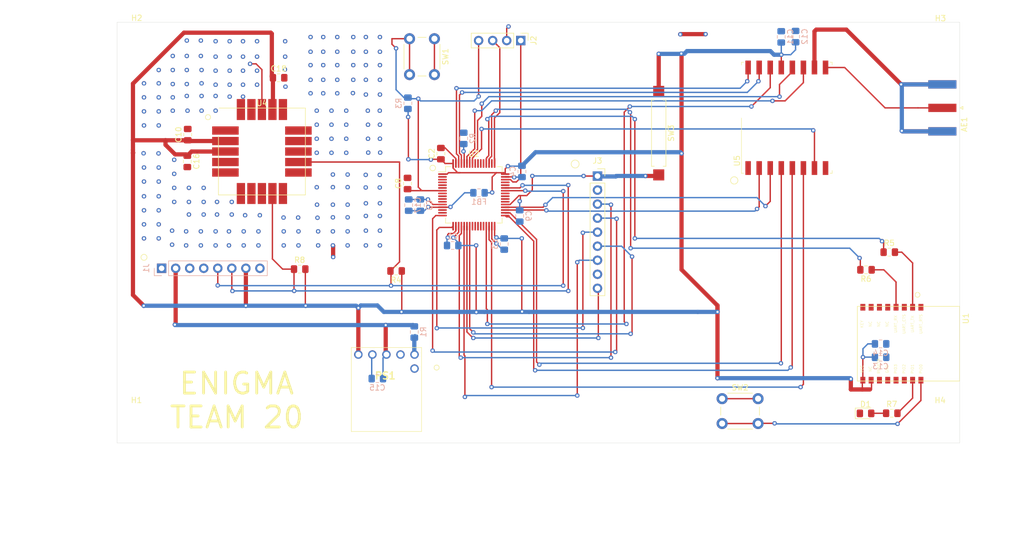
<source format=kicad_pcb>
(kicad_pcb (version 20211014) (generator pcbnew)
  (layers (0 "F.Cu" signal) (31 "B.Cu" signal) (34 "B.Paste" user) (35 "F.Paste" user) (36 "B.SilkS" user "B.Silkscreen") (37 "F.SilkS" user "F.Silkscreen") (38 "B.Mask" user) (39 "F.Mask" user) (44 "Edge.Cuts" user))
  (net 0 "")
  (net 1 "GND")
  (net 2 "BOOT0")
  (net 3 "SWCLK")
  (net 4 "SWDIO")
  (net 5 "OSC32_OUT")
  (net 6 "OSC32_IN")
  (net 7 "Net-(U1-Pad13)")
  (net 8 "Net-(U1-Pad14)")
  (net 9 "Net-(U1-Pad11)")
  (net 10 "Net-(U1-Pad1)")
  (net 11 "Net-(U1-Pad3)")
  (net 12 "Net-(U1-Pad5)")
  (net 13 "Net-(U1-Pad6)")
  (net 14 "Net-(U1-Pad7)")
  (net 15 "Net-(U1-Pad8)")
  (net 16 "Net-(AE1-Pad1)")
  (net 17 "Net-(PS1-Pad2)")
  (net 18 "Net-(PS1-Pad3)")
  (net 19 "+3V0")
  (net 20 "+5V")
  (net 21 "/NRST")
  (net 22 "Net-(R5-Pad2)")
  (net 23 "/PC11")
  (net 24 "/PC10")
  (net 25 "Net-(R6-Pad1)")
  (net 26 "Net-(R7-Pad2)")
  (net 27 "Net-(D1-Pad2)")
  (net 28 "Net-(SW2-Pad2)")
  (net 29 "/PB9")
  (net 30 "/PB8")
  (net 31 "/PB7")
  (net 32 "/PB6")
  (net 33 "/PB5")
  (net 34 "/PB4")
  (net 35 "/PB3")
  (net 36 "/PD2")
  (net 37 "/PC12")
  (net 38 "/PA15")
  (net 39 "/PA12")
  (net 40 "/PA11")
  (net 41 "/PA10")
  (net 42 "/PA9")
  (net 43 "/PA8")
  (net 44 "/PC9")
  (net 45 "/PC8")
  (net 46 "/PC7")
  (net 47 "/PC6")
  (net 48 "/PB15")
  (net 49 "/PB14")
  (net 50 "/PB13")
  (net 51 "/PB12")
  (net 52 "/PB11")
  (net 53 "/PB10")
  (net 54 "/PB2")
  (net 55 "/PB1")
  (net 56 "/PB0")
  (net 57 "/PC5")
  (net 58 "/PC4")
  (net 59 "/PA7")
  (net 60 "/PA6")
  (net 61 "/PA5")
  (net 62 "/PA4")
  (net 63 "/PA3")
  (net 64 "/PA2")
  (net 65 "/PA1")
  (net 66 "/PA0")
  (net 67 "/PC3")
  (net 68 "/PC2")
  (net 69 "/PC1")
  (net 70 "/PC0")
  (net 71 "/PF1")
  (net 72 "/PF0")
  (net 73 "/PC13")
  (net 74 "Net-(J1-Pad8)")
  (net 75 "Net-(J1-Pad4)")
  (net 76 "Net-(J1-Pad3)")
  (net 77 "Net-(J3-Pad8)")
  (net 78 "/RST")
  (net 79 "/3VA")
  (net 80 "Net-(U4-Pad19)")
  (net 81 "Net-(U4-Pad14)")
  (net 82 "Net-(U4-Pad13)")
  (net 83 "Net-(U4-Pad8)")
  (net 84 "Net-(U4-Pad7)")
  (footprint "Connector_Coaxial:SMA_Amphenol_132289_EdgeMount" (layer "F.Cu") (at 197.6 62.99 180)
    (fp_text reference "AE1")
    (fp_text value "Antenna_Shield")
  )
  (footprint "Capacitor_SMD:C_0805_2012Metric_Pad1.15x1.40mm_HandSolder" (layer "F.Cu") (at 106.91 71.27 90)
    (fp_text reference "C2")
    (fp_text value ".1 uF")
  )
  (footprint "Capacitor_SMD:C_0805_2012Metric_Pad1.15x1.40mm_HandSolder" (layer "F.Cu") (at 100.88 76.68 90)
    (fp_text reference "C8")
    (fp_text value ".1 uF")
  )
  (footprint "Capacitor_SMD:C_0805_2012Metric_Pad1.15x1.40mm_HandSolder" (layer "F.Cu") (at 61.12 67.83 90)
    (fp_text reference "C10")
    (fp_text value ".1 uF")
  )
  (footprint "LED_SMD:LED_0805_2012Metric_Pad1.15x1.40mm_HandSolder" (layer "F.Cu") (at 183.71 118.29)
    (fp_text reference "D1")
    (fp_text value "LED")
  )
  (footprint "MountingHole:MountingHole_3.2mm_M3" (layer "F.Cu") (at 51.85 120.11)
    (fp_text reference "H1")
    (fp_text value "MountingHole")
  )
  (footprint "MountingHole:MountingHole_3.2mm_M3" (layer "F.Cu") (at 51.9 50.92)
    (fp_text reference "H2")
    (fp_text value "MountingHole")
  )
  (footprint "MountingHole:MountingHole_3.2mm_M3" (layer "F.Cu") (at 197.25 50.98)
    (fp_text reference "H3")
    (fp_text value "MountingHole")
  )
  (footprint "MountingHole:MountingHole_3.2mm_M3" (layer "F.Cu") (at 197.2 120.13)
    (fp_text reference "H4")
    (fp_text value "MountingHole")
  )
  (footprint "Connector_PinSocket_2.54mm:PinSocket_1x09_P2.54mm_Vertical" (layer "F.Cu") (at 135.23 75.33)
    (fp_text reference "J3")
    (fp_text value "Conn_01x09_Female")
  )
  (footprint "hm10:S9V11F3S5C3" (layer "F.Cu") (at 102.14 110.18 180)
    (fp_text reference "PS1")
    (fp_text value "S9V11F3S5C3" hide)
  )
  (footprint "Resistor_SMD:R_0805_2012Metric_Pad1.15x1.40mm_HandSolder" (layer "F.Cu") (at 188 89.11)
    (fp_text reference "R5")
    (fp_text value "1K")
  )
  (footprint "Resistor_SMD:R_0805_2012Metric_Pad1.15x1.40mm_HandSolder" (layer "F.Cu") (at 183.79 92.3 180)
    (fp_text reference "R6")
    (fp_text value "1K")
  )
  (footprint "Resistor_SMD:R_0805_2012Metric_Pad1.15x1.40mm_HandSolder" (layer "F.Cu") (at 188.45 118.27)
    (fp_text reference "R7")
    (fp_text value "470")
  )
  (footprint "Button_Switch_THT:SW_PUSH_6mm" (layer "F.Cu") (at 105.74 50.47 -90)
    (fp_text reference "SW1")
    (fp_text value "SW_Push_Dual_x2")
  )
  (footprint "Button_Switch_THT:SW_PUSH_6mm" (layer "F.Cu") (at 157.77 115.63)
    (fp_text reference "SW2")
    (fp_text value "SW_Push_Dual_x2")
  )
  (footprint "hm10:hm19_Bluetooth" (layer "F.Cu") (at 193.72 105.68 -90)
    (fp_text reference "U1")
    (fp_text value "HM-19_Bluetooth")
  )
  (footprint "Package_QFP:LQFP-64_10x10mm_P0.5mm" (layer "F.Cu") (at 112.87 78.73)
    (fp_text reference "U2")
    (fp_text value "STM32F091RCTx")
  )
  (footprint "RF_Module:HOPERF_RFM69HW" (layer "F.Cu") (at 169.47 64.78 90)
    (fp_text reference "U5")
    (fp_text value "RFM69HCW")
  )
  (footprint "Capacitor_SMD:C_0805_2012Metric_Pad1.15x1.40mm_HandSolder" (layer "F.Cu") (at 61.05 72.68 -90)
    (fp_text reference "C16")
    (fp_text value "4.7 uF")
  )
  (footprint "RF_GPS:ublox_SAM-M8Q" (layer "F.Cu") (at 74.54 70.89)
    (fp_text reference "U4")
    (fp_text value "ublox_SAM-M8Q")
  )
  (footprint "Connector_PinHeader_2.54mm:PinHeader_1x04_P2.54mm_Vertical" (layer "F.Cu") (at 121.35 50.8 -90)
    (fp_text reference "J2")
    (fp_text value "Conn_01x04_Male")
  )
  (footprint "Resistor_SMD:R_0805_2012Metric_Pad1.15x1.40mm_HandSolder" (layer "F.Cu") (at 98.81 92.51 180)
    (fp_text reference "R4")
    (fp_text value "100K")
  )
  (footprint "Resistor_SMD:R_0805_2012Metric_Pad1.15x1.40mm_HandSolder" (layer "F.Cu") (at 81.37 92.18)
    (fp_text reference "R8")
    (fp_text value "100K")
  )
  (footprint "Capacitor_SMD:C_0805_2012Metric_Pad1.15x1.40mm_HandSolder" (layer "F.Cu") (at 77.56 57.54)
    (fp_text reference "C18")
    (fp_text value "4.7 uF")
  )
  (footprint "Button_Switch_SMD:SW_SPST_REED_CT10-XXXX-G1" (layer "F.Cu") (at 146.304 67.564 90)
    (fp_text reference "SW3")
    (fp_text value "SW_DIP_x01")
  )
  (footprint "Capacitor_SMD:C_0805_2012Metric_Pad1.15x1.40mm_HandSolder" (layer "B.Cu") (at 109.04 87.9 180)
    (fp_text reference "C1")
    (fp_text value ".1 uF")
  )
  (footprint "Capacitor_SMD:C_0805_2012Metric_Pad1.15x1.40mm_HandSolder" (layer "B.Cu") (at 118.36 87.64 -90)
    (fp_text reference "C3")
    (fp_text value ".1 uF")
  )
  (footprint "Capacitor_SMD:C_0805_2012Metric_Pad1.15x1.40mm_HandSolder" (layer "B.Cu") (at 121.57 74.5 -90)
    (fp_text reference "C4")
    (fp_text value ".1 uF")
  )
  (footprint "Capacitor_SMD:C_0805_2012Metric_Pad1.15x1.40mm_HandSolder" (layer "B.Cu") (at 103.19 80.59 90)
    (fp_text reference "C5")
    (fp_text value ".1 uF")
  )
  (footprint "Capacitor_SMD:C_0805_2012Metric_Pad1.15x1.40mm_HandSolder" (layer "B.Cu") (at 121.158 82.55 90)
    (fp_text reference "C9")
    (fp_text value ".1 uF")
  )
  (footprint "Capacitor_SMD:C_0805_2012Metric_Pad1.15x1.40mm_HandSolder" (layer "B.Cu") (at 168.46 50.135 90)
    (fp_text reference "C11")
    (fp_text value ".1 uF")
  )
  (footprint "Capacitor_SMD:C_0805_2012Metric_Pad1.15x1.40mm_HandSolder" (layer "B.Cu") (at 171.05 50.085 90)
    (fp_text reference "C12")
    (fp_text value "4.7 uF")
  )
  (footprint "Capacitor_SMD:C_0805_2012Metric_Pad1.15x1.40mm_HandSolder" (layer "B.Cu") (at 186.43 108.13)
    (fp_text reference "C13")
    (fp_text value ".1 uF")
  )
  (footprint "Capacitor_SMD:C_0805_2012Metric_Pad1.15x1.40mm_HandSolder" (layer "B.Cu") (at 186.43 105.71)
    (fp_text reference "C14")
    (fp_text value "10 uF")
  )
  (footprint "Capacitor_SMD:C_0805_2012Metric_Pad1.15x1.40mm_HandSolder" (layer "B.Cu") (at 95.42 111.99)
    (fp_text reference "C15")
    (fp_text value "4.7 uF")
  )
  (footprint "Inductor_SMD:L_0805_2012Metric_Pad1.15x1.40mm_HandSolder" (layer "B.Cu") (at 113.8 78.36)
    (fp_text reference "FB1")
    (fp_text value "600 Ohm @ 100MHz .3Ohm DCR, 500mA Ferrite Bead")
  )
  (footprint "Connector_PinSocket_2.54mm:PinSocket_1x08_P2.54mm_Vertical" (layer "B.Cu") (at 56.4 92.026 -90)
    (fp_text reference "J1")
    (fp_text value "Conn_01x08_Female")
  )
  (footprint "Resistor_SMD:R_0805_2012Metric_Pad1.15x1.40mm_HandSolder" (layer "B.Cu") (at 102.1 103.56 90)
    (fp_text reference "R1")
    (fp_text value "1K")
  )
  (footprint "Resistor_SMD:R_0805_2012Metric_Pad1.15x1.40mm_HandSolder" (layer "B.Cu") (at 111.03 68.51 90)
    (fp_text reference "R2")
    (fp_text value "100K")
  )
  (footprint "Resistor_SMD:R_0805_2012Metric_Pad1.15x1.40mm_HandSolder" (layer "B.Cu") (at 100.94 62.155 -90)
    (fp_text reference "R3")
    (fp_text value "100K")
  )
  (footprint "Capacitor_SMD:C_0805_2012Metric_Pad1.15x1.40mm_HandSolder" (layer "B.Cu") (at 101.09 80.59 90)
    (fp_text reference "C17")
    (fp_text value ".1 uF")
  )
  (gr_circle (center 105.43 73.87) (end 105.91 74.04) (layer "F.SilkS") (width 0.12) (fill none))
  (gr_circle (center 53.213 90.043) (end 53.643 90.373) (layer "F.SilkS") (width 0.12) (fill none))
  (gr_circle (center 159.96 76.12) (end 160.49 76.52) (layer "F.SilkS") (width 0.12) (fill none))
  (gr_circle (center 106.14 110) (end 105.71 110.14) (layer "F.SilkS") (width 0.12) (fill none))
  (gr_circle (center 131.191 73.152) (end 131.699 73.66) (layer "F.SilkS") (width 0.12) (fill none))
  (gr_circle (center 193.11 96.83) (end 193.35 97.19) (layer "F.SilkS") (width 0.12) (fill none))
  (gr_circle (center 64.79 64.67) (end 65.25 64.67) (layer "F.SilkS") (width 0.12) (fill none))
  (gr_rect (start 48.341435 47.474726) (end 200.739225 123.656326) (layer "Edge.Cuts") (width 0.05) (fill none))
  (gr_text "ENIGMA\nTEAM 20" (at 69.977 115.951) (layer "F.SilkS") (effects (font (size 3.81 3.81) (thickness 0.508))))
  (segment (start 190.37 67.24) (end 190.27 67.14) (width 0.762) (layer "F.Cu") (net 1))
  (segment (start 108.150016 85.906772) (end 108.150016 86.472457) (width 0.25) (layer "F.Cu") (net 1))
  (segment (start 116.12 86.72) (end 116.95 87.55) (width 0.25) (layer "F.Cu") (net 1))
  (segment (start 116.12 84.405) (end 116.12 86.72) (width 0.25) (layer "F.Cu") (net 1))
  (segment (start 87.42 87.928) (end 87.376 87.884) (width 0.762) (layer "F.Cu") (net 1))
  (segment (start 154.77 49.64) (end 150.25 49.64) (width 0.762) (layer "F.Cu") (net 1))
  (segment (start 118.81 48.59) (end 119.14 48.26) (width 0.25) (layer "F.Cu") (net 1))
  (segment (start 174.47 49.14) (end 174.47 55.68) (width 0.762) (layer "F.Cu") (net 1))
  (segment (start 109.62 72.18) (end 107.685 70.245) (width 0.25) (layer "F.Cu") (net 1))
  (segment (start 118.81 50.8) (end 118.81 48.59) (width 0.25) (layer "F.Cu") (net 1))
  (segment (start 174.79 48.82) (end 174.47 49.14) (width 0.762) (layer "F.Cu") (net 1))
  (segment (start 87.42 89.99) (end 87.42 87.928) (width 0.762) (layer "F.Cu") (net 1))
  (segment (start 105.48 80.48) (end 104.57 79.57) (width 0.25) (layer "F.Cu") (net 1))
  (segment (start 150.25 49.64) (end 150.21 49.68) (width 0.762) (layer "F.Cu") (net 1))
  (segment (start 157.77 115.63) (end 164.27 115.63) (width 0.25) (layer "F.Cu") (net 1))
  (segment (start 120.100001 75.48) (end 120.170001 75.55) (width 0.25) (layer "F.Cu") (net 1))
  (segment (start 105.74 56.97) (end 105.74 50.47) (width 0.25) (layer "F.Cu") (net 1))
  (segment (start 108.32179 85.734998) (end 108.150016 85.906772) (width 0.25) (layer "F.Cu") (net 1))
  (segment (start 118.545 75.48) (end 120.100001 75.48) (width 0.25) (layer "F.Cu") (net 1))
  (segment (start 107.685 70.245) (end 106.91 70.245) (width 0.25) (layer "F.Cu") (net 1))
  (segment (start 180.23 48.82) (end 174.79 48.82) (width 0.762) (layer "F.Cu") (net 1))
  (segment (start 197.6 67.24) (end 190.37 67.24) (width 0.762) (layer "F.Cu") (net 1))
  (segment (start 109.130704 85.734998) (end 108.32179 85.734998) (width 0.25) (layer "F.Cu") (net 1))
  (segment (start 109.62 84.405) (end 109.62 85.245702) (width 0.25) (layer "F.Cu") (net 1))
  (segment (start 197.6 58.74) (end 190.15 58.74) (width 0.762) (layer "F.Cu") (net 1))
  (segment (start 109.62 85.245702) (end 109.130704 85.734998) (width 0.25) (layer "F.Cu") (net 1))
  (segment (start 107.195 80.48) (end 105.48 80.48) (width 0.25) (layer "F.Cu") (net 1))
  (segment (start 109.62 73.055) (end 109.62 72.18) (width 0.25) (layer "F.Cu") (net 1))
  (segment (start 190.15 58.74) (end 180.23 48.82) (width 0.762) (layer "F.Cu") (net 1))
  (via (at 58.42 56.134) (size 0.8) (drill 0.4) (layers "F.Cu" "B.Cu") (net 1))
  (via (at 58.42 58.674) (size 0.8) (drill 0.4) (layers "F.Cu" "B.Cu") (net 1))
  (via (at 58.42 53.594) (size 0.8) (drill 0.4) (layers "F.Cu" "B.Cu") (net 1))
  (via (at 60.96 50.8) (size 0.8) (drill 0.4) (layers "F.Cu" "B.Cu") (net 1))
  (via (at 60.96 56.134) (size 0.8) (drill 0.4) (layers "F.Cu" "B.Cu") (net 1))
  (via (at 60.96 58.674) (size 0.8) (drill 0.4) (layers "F.Cu" "B.Cu") (net 1))
  (via (at 60.96 53.594) (size 0.8) (drill 0.4) (layers "F.Cu" "B.Cu") (net 1))
  (via (at 63.5 50.8) (size 0.8) (drill 0.4) (layers "F.Cu" "B.Cu") (net 1))
  (via (at 63.627 56.134) (size 0.8) (drill 0.4) (layers "F.Cu" "B.Cu") (net 1))
  (via (at 63.627 58.547) (size 0.8) (drill 0.4) (layers "F.Cu" "B.Cu") (net 1))
  (via (at 63.5 53.594) (size 0.8) (drill 0.4) (layers "F.Cu" "B.Cu") (net 1))
  (via (at 66.167 50.927) (size 0.8) (drill 0.4) (layers "F.Cu" "B.Cu") (net 1))
  (via (at 66.167 56.261) (size 0.8) (drill 0.4) (layers "F.Cu" "B.Cu") (net 1))
  (via (at 66.167 58.801) (size 0.8) (drill 0.4) (layers "F.Cu" "B.Cu") (net 1))
  (via (at 66.167 53.721) (size 0.8) (drill 0.4) (layers "F.Cu" "B.Cu") (net 1))
  (via (at 68.707 50.927) (size 0.8) (drill 0.4) (layers "F.Cu" "B.Cu") (net 1))
  (via (at 68.707 56.261) (size 0.8) (drill 0.4) (layers "F.Cu" "B.Cu") (net 1))
  (via (at 68.707 58.801) (size 0.8) (drill 0.4) (layers "F.Cu" "B.Cu") (net 1))
  (via (at 68.707 53.721) (size 0.8) (drill 0.4) (layers "F.Cu" "B.Cu") (net 1))
  (via (at 71.12 50.927) (size 0.8) (drill 0.4) (layers "F.Cu" "B.Cu") (net 1))
  (via (at 71.12 56.261) (size 0.8) (drill 0.4) (layers "F.Cu" "B.Cu") (net 1))
  (via (at 71.12 58.801) (size 0.8) (drill 0.4) (layers "F.Cu" "B.Cu") (net 1))
  (via (at 71.12 53.721) (size 0.8) (drill 0.4) (layers "F.Cu" "B.Cu") (net 1))
  (via (at 73.66 50.927) (size 0.8) (drill 0.4) (layers "F.Cu" "B.Cu") (net 1))
  (via (at 73.66 56.261) (size 0.8) (drill 0.4) (layers "F.Cu" "B.Cu") (net 1))
  (via (at 73.66 58.801) (size 0.8) (drill 0.4) (layers "F.Cu" "B.Cu") (net 1))
  (via (at 73.66 53.721) (size 0.8) (drill 0.4) (layers "F.Cu" "B.Cu") (net 1))
  (via (at 58.42 61.087) (size 0.8) (drill 0.4) (layers "F.Cu" "B.Cu") (net 1))
  (via (at 63.627 60.833) (size 0.8) (drill 0.4) (layers "F.Cu" "B.Cu") (net 1))
  (via (at 66.167 60.833) (size 0.8) (drill 0.4) (layers "F.Cu" "B.Cu") (net 1))
  (via (at 60.96 60.833) (size 0.8) (drill 0.4) (layers "F.Cu" "B.Cu") (net 1))
  (via (at 58.42 63.5) (size 0.8) (drill 0.4) (layers "F.Cu" "B.Cu") (net 1))
  (via (at 63.627 63.5) (size 0.8) (drill 0.4) (layers "F.Cu" "B.Cu") (net 1))
  (via (at 66.167 63.5) (size 0.8) (drill 0.4) (layers "F.Cu" "B.Cu") (net 1))
  (via (at 61.087 63.5) (size 0.8) (drill 0.4) (layers "F.Cu" "B.Cu") (net 1))
  (via (at 68.707 60.96) (size 0.8) (drill 0.4) (layers "F.Cu" "B.Cu") (net 1))
  (via (at 71.12 60.96) (size 0.8) (drill 0.4) (layers "F.Cu" "B.Cu") (net 1))
  (via (at 78.74 53.721) (size 0.8) (drill 0.4) (layers "F.Cu" "B.Cu") (net 1))
  (via (at 78.7 56.04) (size 0.8) (drill 0.4) (layers "F.Cu" "B.Cu") (net 1))
  (via (at 78.8 59.15) (size 0.8) (drill 0.4) (layers "F.Cu" "B.Cu") (net 1))
  (via (at 78.74 50.927) (size 0.8) (drill 0.4) (layers "F.Cu" "B.Cu") (net 1))
  (via (at 55.88 66.167) (size 0.8) (drill 0.4) (layers "F.Cu" "B.Cu") (net 1))
  (via (at 55.88 63.627) (size 0.8) (drill 0.4) (layers "F.Cu" "B.Cu") (net 1))
  (via (at 55.88 58.547) (size 0.8) (drill 0.4) (layers "F.Cu" "B.Cu") (net 1))
  (via (at 55.88 56.134) (size 0.8) (drill 0.4) (layers "F.Cu" "B.Cu") (net 1))
  (via (at 55.88 61.087) (size 0.8) (drill 0.4) (layers "F.Cu" "B.Cu") (net 1))
  (via (at 53.213 61.087) (size 0.8) (drill 0.4) (layers "F.Cu" "B.Cu") (net 1))
  (via (at 53.213 63.627) (size 0.8) (drill 0.4) (layers "F.Cu" "B.Cu") (net 1))
  (via (at 53.213 58.547) (size 0.8) (drill 0.4) (layers "F.Cu" "B.Cu") (net 1))
  (via (at 53.213 66.167) (size 0.8) (drill 0.4) (layers "F.Cu" "B.Cu") (net 1))
  (via (at 55.88 73.787) (size 0.8) (drill 0.4) (layers "F.Cu" "B.Cu") (net 1))
  (via (at 53.213 76.327) (size 0.8) (drill 0.4) (layers "F.Cu" "B.Cu") (net 1))
  (via (at 55.88 76.327) (size 0.8) (drill 0.4) (layers "F.Cu" "B.Cu") (net 1))
  (via (at 53.213 73.787) (size 0.8) (drill 0.4) (layers "F.Cu" "B.Cu") (net 1))
  (via (at 61.341 77.47) (size 0.8) (drill 0.4) (layers "F.Cu" "B.Cu") (net 1))
  (via (at 58.674 74.93) (size 0.8) (drill 0.4) (layers "F.Cu" "B.Cu") (net 1))
  (via (at 58.674 72.39) (size 0.8) (drill 0.4) (layers "F.Cu" "B.Cu") (net 1))
  (via (at 64.008 77.47) (size 0.8) (drill 0.4) (layers "F.Cu" "B.Cu") (net 1))
  (via (at 58.674 77.47) (size 0.8) (drill 0.4) (layers "F.Cu" "B.Cu") (net 1))
  (via (at 61.341 80.01) (size 0.8) (drill 0.4) (layers "F.Cu" "B.Cu") (net 1))
  (via (at 64.008 80.01) (size 0.8) (drill 0.4) (layers "F.Cu" "B.Cu") (net 1))
  (via (at 58.674 80.01) (size 0.8) (drill 0.4) (layers "F.Cu" "B.Cu") (net 1))
  (via (at 55.88 81.534) (size 0.8) (drill 0.4) (layers "F.Cu" "B.Cu") (net 1))
  (via (at 55.88 84.074) (size 0.8) (drill 0.4) (layers "F.Cu" "B.Cu") (net 1))
  (via (at 53.213 86.614) (size 0.8) (drill 0.4) (layers "F.Cu" "B.Cu") (net 1))
  (via (at 53.213 84.074) (size 0.8) (drill 0.4) (layers "F.Cu" "B.Cu") (net 1))
  (via (at 53.213 81.534) (size 0.8) (drill 0.4) (layers "F.Cu" "B.Cu") (net 1))
  (via (at 55.88 86.614) (size 0.8) (drill 0.4) (layers "F.Cu" "B.Cu") (net 1))
  (via (at 55.88 78.994) (size 0.8) (drill 0.4) (layers "F.Cu" "B.Cu") (net 1))
  (via (at 53.213 78.994) (size 0.8) (drill 0.4) (layers "F.Cu" "B.Cu") (net 1))
  (via (at 89.789 66.04) (size 0.8) (drill 0.4) (layers "F.Cu" "B.Cu") (net 1))
  (via (at 84.455 63.5) (size 0.8) (drill 0.4) (layers "F.Cu" "B.Cu") (net 1))
  (via (at 84.455 68.58) (size 0.8) (drill 0.4) (layers "F.Cu" "B.Cu") (net 1))
  (via (at 89.789 71.12) (size 0.8) (drill 0.4) (layers "F.Cu" "B.Cu") (net 1))
  (via (at 89.789 63.5) (size 0.8) (drill 0.4) (layers "F.Cu" "B.Cu") (net 1))
  (via (at 87.122 71.12) (size 0.8) (drill 0.4) (layers "F.Cu" "B.Cu") (net 1))
  (via (at 84.455 66.04) (size 0.8) (drill 0.4) (layers "F.Cu" "B.Cu") (net 1))
  (via (at 87.122 66.04) (size 0.8) (drill 0.4) (layers "F.Cu" "B.Cu") (net 1))
  (via (at 87.122 63.5) (size 0.8) (drill 0.4) (layers "F.Cu" "B.Cu") (net 1))
  (via (at 89.789 68.58) (size 0.8) (drill 0.4) (layers "F.Cu" "B.Cu") (net 1))
  (via (at 87.122 68.58) (size 0.8) (drill 0.4) (layers "F.Cu" "B.Cu") (net 1))
  (via (at 84.455 71.12) (size 0.8) (drill 0.4) (layers "F.Cu" "B.Cu") (net 1))
  (via (at 60.833 87.884) (size 0.8) (drill 0.4) (layers "F.Cu" "B.Cu") (net 1))
  (via (at 66.167 85.344) (size 0.8) (drill 0.4) (layers "F.Cu" "B.Cu") (net 1))
  (via (at 60.833 85.344) (size 0.8) (drill 0.4) (layers "F.Cu" "B.Cu") (net 1))
  (via (at 63.5 87.884) (size 0.8) (drill 0.4) (layers "F.Cu" "B.Cu") (net 1))
  (via (at 63.5 85.344) (size 0.8) (drill 0.4) (layers "F.Cu" "B.Cu") (net 1))
  (via (at 66.167 87.884) (size 0.8) (drill 0.4) (layers "F.Cu" "B.Cu") (net 1))
  (via (at 71.247 87.884) (size 0.8) (drill 0.4) (layers "F.Cu" "B.Cu") (net 1))
  (via (at 68.58 87.884) (size 0.8) (drill 0.4) (layers "F.Cu" "B.Cu") (net 1))
  (via (at 68.58 85.344) (size 0.8) (drill 0.4) (layers "F.Cu" "B.Cu") (net 1))
  (via (at 71.247 85.344) (size 0.8) (drill 0.4) (layers "F.Cu" "B.Cu") (net 1))
  (via (at 73.914 87.884) (size 0.8) (drill 0.4) (layers "F.Cu" "B.Cu") (net 1))
  (via (at 73.914 85.344) (size 0.8) (drill 0.4) (layers "F.Cu" "B.Cu") (net 1))
  (via (at 81.153 85.344) (size 0.8) (drill 0.4) (layers "F.Cu" "B.Cu") (net 1))
  (via (at 78.486 85.344) (size 0.8) (drill 0.4) (layers "F.Cu" "B.Cu") (net 1))
  (via (at 78.486 87.884) (size 0.8) (drill 0.4) (layers "F.Cu" "B.Cu") (net 1))
  (via (at 81.153 87.884) (size 0.8) (drill 0.4) (layers "F.Cu" "B.Cu") (net 1))
  (via (at 90.043 85.344) (size 0.8) (drill 0.4) (layers "F.Cu" "B.Cu") (net 1))
  (via (at 84.709 87.884) (size 0.8) (drill 0.4) (layers "F.Cu" "B.Cu") (net 1))
  (via (at 87.376 85.344) (size 0.8) (drill 0.4) (layers "F.Cu" "B.Cu") (net 1))
  (via (at 87.376 87.884) (size 0.8) (drill 0.4) (layers "F.Cu" "B.Cu") (net 1))
  (via (at 84.709 85.344) (size 0.8) (drill 0.4) (layers "F.Cu" "B.Cu") (net 1))
  (via (at 90.043 87.884) (size 0.8) (drill 0.4) (layers "F.Cu" "B.Cu") (net 1))
  (via (at 95.885 85.217) (size 0.8) (drill 0.4) (layers "F.Cu" "B.Cu") (net 1))
  (via (at 93.345 87.884) (size 0.8) (drill 0.4) (layers "F.Cu" "B.Cu") (net 1))
  (via (at 95.885 82.55) (size 0.8) (drill 0.4) (layers "F.Cu" "B.Cu") (net 1))
  (via (at 93.345 82.55) (size 0.8) (drill 0.4) (layers "F.Cu" "B.Cu") (net 1))
  (via (at 95.885 87.884) (size 0.8) (drill 0.4) (layers "F.Cu" "B.Cu") (net 1))
  (via (at 93.345 85.217) (size 0.8) (drill 0.4) (layers "F.Cu" "B.Cu") (net 1))
  (via (at 93.345 80.264) (size 0.8) (drill 0.4) (layers "F.Cu" "B.Cu") (net 1))
  (via (at 95.885 80.264) (size 0.8) (drill 0.4) (layers "F.Cu" "B.Cu") (net 1))
  (via (at 93.345 55.245) (size 0.8) (drill 0.4) (layers "F.Cu" "B.Cu") (net 1))
  (via (at 95.885 60.579) (size 0.8) (drill 0.4) (layers "F.Cu" "B.Cu") (net 1))
  (via (at 93.345 60.579) (size 0.8) (drill 0.4) (layers "F.Cu" "B.Cu") (net 1))
  (via (at 95.885 55.245) (size 0.8) (drill 0.4) (layers "F.Cu" "B.Cu") (net 1))
  (via (at 93.345 57.912) (size 0.8) (drill 0.4) (layers "F.Cu" "B.Cu") (net 1))
  (via (at 95.885 57.912) (size 0.8) (drill 0.4) (layers "F.Cu" "B.Cu") (net 1))
  (via (at 61.341 82.296) (size 0.8) (drill 0.4) (layers "F.Cu" "B.Cu") (net 1))
  (via (at 64.008 82.296) (size 0.8) (drill 0.4) (layers "F.Cu" "B.Cu") (net 1))
  (via (at 66.421 82.296) (size 0.8) (drill 0.4) (layers "F.Cu" "B.Cu") (net 1))
  (via (at 69.088 82.296) (size 0.8) (drill 0.4) (layers "F.Cu" "B.Cu") (net 1))
  (via (at 66.421 80.01) (size 0.8) (drill 0.4) (layers "F.Cu" "B.Cu") (net 1))
  (via (at 69.088 80.01) (size 0.8) (drill 0.4) (layers "F.Cu" "B.Cu") (net 1))
  (via (at 71.501 82.423) (size 0.8) (drill 0.4) (layers "F.Cu" "B.Cu") (net 1))
  (via (at 78.45 82.85) (size 0.8) (drill 0.4) (layers "F.Cu" "B.Cu") (net 1))
  (via (at 74.168 82.423) (size 0.8) (drill 0.4) (layers "F.Cu" "B.Cu") (net 1))
  (via (at 90.043 80.518) (size 0.8) (drill 0.4) (layers "F.Cu" "B.Cu") (net 1))
  (via (at 87.376 80.518) (size 0.8) (drill 0.4) (layers "F.Cu" "B.Cu") (net 1))
  (via (at 90.043 82.804) (size 0.8) (drill 0.4) (layers "F.Cu" "B.Cu") (net 1))
  (via (at 87.376 82.804) (size 0.8) (drill 0.4) (layers "F.Cu" "B.Cu") (net 1))
  (via (at 87.376 77.343) (size 0.8) (drill 0.4) (layers "F.Cu" "B.Cu") (net 1))
  (via (at 90.043 75.057) (size 0.8) (drill 0.4) (layers "F.Cu" "B.Cu") (net 1))
  (via (at 87.376 75.057) (size 0.8) (drill 0.4) (layers "F.Cu" "B.Cu") (net 1))
  (via (at 90.043 77.343) (size 0.8) (drill 0.4) (layers "F.Cu" "B.Cu") (net 1))
  (via (at 58.293 87.757) (size 0.8) (drill 0.4) (layers "F.Cu" "B.Cu") (net 1))
  (via (at 58.293 85.217) (size 0.8) (drill 0.4) (layers "F.Cu" "B.Cu") (net 1))
  (via (at 95.885 66.04) (size 0.8) (drill 0.4) (layers "F.Cu" "B.Cu") (net 1))
  (via (at 95.885 68.58) (size 0.8) (drill 0.4) (layers "F.Cu" "B.Cu") (net 1))
  (via (at 93.726 68.58) (size 0.8) (drill 0.4) (layers "F.Cu" "B.Cu") (net 1))
  (via (at 93.726 66.04) (size 0.8) (drill 0.4) (layers "F.Cu" "B.Cu") (net 1))
  (via (at 95.885 50.165) (size 0.8) (drill 0.4) (layers "F.Cu" "B.Cu") (net 1))
  (via (at 93.345 50.165) (size 0.8) (drill 0.4) (layers "F.Cu" "B.Cu") (net 1))
  (via (at 93.345 52.832) (size 0.8) (drill 0.4) (layers "F.Cu" "B.Cu") (net 1))
  (via (at 95.885 52.832) (size 0.8) (drill 0.4) (layers "F.Cu" "B.Cu") (net 1))
  (via (at 91.059 55.245) (size 0.8) (drill 0.4) (layers "F.Cu" "B.Cu") (net 1))
  (via (at 91.059 57.912) (size 0.8) (drill 0.4) (layers "F.Cu" "B.Cu") (net 1))
  (via (at 91.059 50.165) (size 0.8) (drill 0.4) (layers "F.Cu" "B.Cu") (net 1))
  (via (at 91.059 52.832) (size 0.8) (drill 0.4) (layers "F.Cu" "B.Cu") (net 1))
  (via (at 95.855 77.4) (size 0.8) (drill 0.4) (layers "F.Cu" "B.Cu") (net 1))
  (via (at 93.315 77.4) (size 0.8) (drill 0.4) (layers "F.Cu" "B.Cu") (net 1))
  (via (at 93.315 75.114) (size 0.8) (drill 0.4) (layers "F.Cu" "B.Cu") (net 1))
  (via (at 95.855 75.114) (size 0.8) (drill 0.4) (layers "F.Cu" "B.Cu") (net 1))
  (via (at 93.696 63.5) (size 0.8) (drill 0.4) (layers "F.Cu" "B.Cu") (net 1))
  (via (at 95.855 63.5) (size 0.8) (drill 0.4) (layers "F.Cu" "B.Cu") (net 1))
  (via (at 85.625 55.245) (size 0.8) (drill 0.4) (layers "F.Cu" "B.Cu") (net 1))
  (via (at 88.165 55.245) (size 0.8) (drill 0.4) (layers "F.Cu" "B.Cu") (net 1))
  (via (at 85.625 57.912) (size 0.8) (drill 0.4) (layers "F.Cu" "B.Cu") (net 1))
  (via (at 88.165 57.912) (size 0.8) (drill 0.4) (layers "F.Cu" "B.Cu") (net 1))
  (via (at 88.165 50.165) (size 0.8) (drill 0.4) (layers "F.Cu" "B.Cu") (net 1))
  (via (at 83.339 55.245) (size 0.8) (drill 0.4) (layers "F.Cu" "B.Cu") (net 1))
  (via (at 88.165 52.832) (size 0.8) (drill 0.4) (layers "F.Cu" "B.Cu") (net 1))
  (via (at 83.339 52.832) (size 0.8) (drill 0.4) (layers "F.Cu" "B.Cu") (net 1))
  (via (at 85.625 50.165) (size 0.8) (drill 0.4) (layers "F.Cu" "B.Cu") (net 1))
  (via (at 85.625 52.832) (size 0.8) (drill 0.4) (layers "F.Cu" "B.Cu") (net 1))
  (via (at 83.339 57.912) (size 0.8) (drill 0.4) (layers "F.Cu" "B.Cu") (net 1))
  (via (at 83.339 50.165) (size 0.8) (drill 0.4) (layers "F.Cu" "B.Cu") (net 1))
  (via (at 88.165 60.352) (size 0.8) (drill 0.4) (layers "F.Cu" "B.Cu") (net 1))
  (via (at 85.625 60.352) (size 0.8) (drill 0.4) (layers "F.Cu" "B.Cu") (net 1))
  (via (at 83.339 60.352) (size 0.8) (drill 0.4) (layers "F.Cu" "B.Cu") (net 1))
  (via (at 91 60.31) (size 0.8) (drill 0.4) (layers "F.Cu" "B.Cu") (net 1))
  (via (at 84.59 82.88) (size 0.8) (drill 0.4) (layers "F.Cu" "B.Cu") (net 1))
  (via (at 84.506 80.518) (size 0.8) (drill 0.4) (layers "F.Cu" "B.Cu") (net 1))
  (via (at 84.46 77.36) (size 0.8) (drill 0.4) (layers "F.Cu" "B.Cu") (net 1))
  (via (at 95.925 71.09) (size 0.8) (drill 0.4) (layers "F.Cu" "B.Cu") (net 1))
  (via (at 93.766 71.09) (size 0.8) (drill 0.4) (layers "F.Cu" "B.Cu") (net 1))
  (via (at 81.09 82.85) (size 0.8) (drill 0.4) (layers "F.Cu" "B.Cu") (net 1))
  (via (at 55.84 71.23) (size 0.8) (drill 0.4) (layers "F.Cu" "B.Cu") (net 1))
  (via (at 53.14 71.21) (size 0.8) (drill 0.4) (layers "F.Cu" "B.Cu") (net 1))
  (via (at 87.42 89.99) (size 0.8) (drill 0.4) (layers "F.Cu" "B.Cu") (net 1))
  (via (at 150.21 49.68) (size 0.8) (drill 0.4) (layers "F.Cu" "B.Cu") (net 1))
  (via (at 154.77 49.64) (size 0.8) (drill 0.4) (layers "F.Cu" "B.Cu") (net 1))
  (via (at 116.95 87.55) (size 0.8) (drill 0.4) (layers "F.Cu" "B.Cu") (net 1))
  (via (at 108.150016 86.472457) (size 0.8) (drill 0.4) (layers "F.Cu" "B.Cu") (net 1))
  (via (at 120.170001 75.55) (size 0.8) (drill 0.4) (layers "F.Cu" "B.Cu") (net 1))
  (via (at 104.57 79.57) (size 0.8) (drill 0.4) (layers "F.Cu" "B.Cu") (net 1))
  (via (at 190.15 58.74) (size 0.8) (drill 0.4) (layers "F.Cu" "B.Cu") (net 1))
  (via (at 119.14 48.26) (size 0.8) (drill 0.4) (layers "F.Cu" "B.Cu") (net 1))
  (via (at 190.27 67.14) (size 0.8) (drill 0.4) (layers "F.Cu" "B.Cu") (net 1))
  (segment (start 108.015 86.607473) (end 108.150016 86.472457) (width 0.25) (layer "B.Cu") (net 1))
  (segment (start 108.015 87.9) (end 108.015 86.607473) (width 0.25) (layer "B.Cu") (net 1))
  (segment (start 94.395 107.765) (end 94.52 107.64) (width 0.25) (layer "B.Cu") (net 1))
  (segment (start 197.6 67.24) (end 190.37 67.24) (width 0.762) (layer "B.Cu") (net 1))
  (segment (start 190.27 58.86) (end 190.15 58.74) (width 0.762) (layer "B.Cu") (net 1))
  (segment (start 103.19 79.565) (end 101.09 79.565) (width 0.25) (layer "B.Cu") (net 1))
  (segment (start 118.065 88.665) (end 116.95 87.55) (width 0.25) (layer "B.Cu") (net 1))
  (segment (start 190.27 67.14) (end 190.27 58.86) (width 0.762) (layer "B.Cu") (net 1))
  (segment (start 135.645 77.455) (end 135.23 77.87) (width 0.762) (layer "B.Cu") (net 1))
  (segment (start 118.36 88.665) (end 118.065 88.665) (width 0.25) (layer "B.Cu") (net 1))
  (segment (start 120.195001 75.525) (end 120.170001 75.55) (width 0.25) (layer "B.Cu") (net 1))
  (segment (start 121.57 75.525) (end 120.195001 75.525) (width 0.25) (layer "B.Cu") (net 1))
  (segment (start 197.6 58.74) (end 190.15 58.74) (width 0.762) (layer "B.Cu") (net 1))
  (segment (start 190.37 67.24) (end 190.27 67.14) (width 0.762) (layer "B.Cu") (net 1))
  (segment (start 103.19 79.565) (end 104.565 79.565) (width 0.25) (layer "B.Cu") (net 1))
  (segment (start 104.565 79.565) (end 104.57 79.57) (width 0.25) (layer "B.Cu") (net 1))
  (segment (start 94.395 111.99) (end 94.395 107.765) (width 0.25) (layer "B.Cu") (net 1))
  (segment (start 111.12 73.055) (end 111.12 70.988) (width 0.25) (layer "F.Cu") (net 2))
  (segment (start 111.12 70.988) (end 110.998 70.866) (width 0.25) (layer "F.Cu") (net 2))
  (via (at 110.998 70.866) (size 0.8) (drill 0.4) (layers "F.Cu" "B.Cu") (net 2))
  (segment (start 111.03 69.535) (end 111.03 70.834) (width 0.25) (layer "B.Cu") (net 2))
  (segment (start 111.03 70.834) (end 110.998 70.866) (width 0.25) (layer "B.Cu") (net 2))
  (segment (start 117.119999 51.649999) (end 116.27 50.8) (width 0.25) (layer "F.Cu") (net 3))
  (segment (start 116.62 72.18) (end 116.59501 72.15501) (width 0.25) (layer "F.Cu") (net 3))
  (segment (start 116.59501 64.817994) (end 117.565001 63.848003) (width 0.25) (layer "F.Cu") (net 3))
  (segment (start 117.565001 52.095001) (end 117.119999 51.649999) (width 0.25) (layer "F.Cu") (net 3))
  (segment (start 117.565001 63.848003) (end 117.565001 52.095001) (width 0.25) (layer "F.Cu") (net 3))
  (segment (start 116.62 73.055) (end 116.62 72.18) (width 0.25) (layer "F.Cu") (net 3))
  (segment (start 116.59501 72.15501) (end 116.59501 64.817994) (width 0.25) (layer "F.Cu") (net 3))
  (segment (start 119.911998 76.395002) (end 120.568002 76.395002) (width 0.25) (layer "F.Cu") (net 4))
  (segment (start 119.496996 75.98) (end 119.911998 76.395002) (width 0.25) (layer "F.Cu") (net 4))
  (segment (start 118.545 75.98) (end 119.496996 75.98) (width 0.25) (layer "F.Cu") (net 4))
  (segment (start 120.568002 76.395002) (end 121.35 75.613004) (width 0.25) (layer "F.Cu") (net 4))
  (segment (start 121.35 75.613004) (end 121.35 50.8) (width 0.25) (layer "F.Cu") (net 4))
  (segment (start 187.24 62.99) (end 197.6 62.99) (width 0.25) (layer "F.Cu") (net 16))
  (segment (start 176.47 55.68) (end 179.93 55.68) (width 0.25) (layer "F.Cu") (net 16))
  (segment (start 179.93 55.68) (end 187.24 62.99) (width 0.25) (layer "F.Cu") (net 16))
  (segment (start 193.2 62.99) (end 193.19 62.98) (width 0.25) (layer "F.Cu") (net 16))
  (segment (start 102.1 107.6) (end 102.14 107.64) (width 0.762) (layer "B.Cu") (net 17))
  (segment (start 102.15 104.105) (end 102.23 104.025) (width 0.25) (layer "B.Cu") (net 17))
  (segment (start 102.1 104.585) (end 102.1 107.6) (width 0.762) (layer "B.Cu") (net 17))
  (segment (start 108.035702 74.98) (end 107.195 74.98) (width 0.25) (layer "F.Cu") (net 19))
  (segment (start 51.22 71.15) (end 51.22 70.6) (width 0.762) (layer "F.Cu") (net 19))
  (segment (start 76.335 57.34) (end 76.535 57.54) (width 0.762) (layer "F.Cu") (net 19))
  (segment (start 76.151001 64.001001) (end 76.44 64.29) (width 0.762) (layer "F.Cu") (net 19))
  (segment (start 60.803999 71.408999) (end 61.05 71.655) (width 0.762) (layer "F.Cu") (net 19))
  (segment (start 150.430007 92.270007) (end 150.430007 71.240007) (width 0.762) (layer "F.Cu") (net 19))
  (segment (start 110.332186 74.732186) (end 108.283516 74.732186) (width 0.25) (layer "F.Cu") (net 19))
  (segment (start 67.94 68.99) (end 61.255 68.99) (width 0.762) (layer "F.Cu") (net 19))
  (segment (start 52.765996 98.405996) (end 53.165995 98.805995) (width 0.762) (layer "F.Cu") (net 19))
  (segment (start 57.105 68.855) (end 51.335 68.855) (width 0.762) (layer "F.Cu") (net 19))
  (segment (start 71.64 92.026) (end 71.64 98.794) (width 0.762) (layer "F.Cu") (net 19))
  (segment (start 118.545 74.025) (end 119.03 73.54) (width 0.25) (layer "F.Cu") (net 19))
  (segment (start 51.22 96.86) (end 52.765996 98.405996) (width 0.762) (layer "F.Cu") (net 19))
  (segment (start 110.332186 74.732186) (end 109.956484 74.732186) (width 0.25) (layer "F.Cu") (net 19))
  (segment (start 105.145 72.295) (end 105.09 72.35) (width 0.25) (layer "F.Cu") (net 19))
  (segment (start 67.94 70.89) (end 61.815 70.89) (width 0.762) (layer "F.Cu") (net 19))
  (segment (start 183.13 113.96) (end 183.13 112.37) (width 0.25) (layer "F.Cu") (net 19))
  (segment (start 113.284 87.884) (end 113.284 99.934) (width 0.25) (layer "F.Cu") (net 19))
  (segment (start 110.12 85.51) (end 109.15 86.48) (width 0.25) (layer "F.Cu") (net 19))
  (segment (start 91.98 107.64) (end 91.98 99.2) (width 0.762) (layer "F.Cu") (net 19))
  (segment (start 57.105 69.675) (end 58.838999 71.408999) (width 0.762) (layer "F.Cu") (net 19))
  (segment (start 51.22 70.6) (end 51.22 68.82) (width 0.762) (layer "F.Cu") (net 19))
  (segment (start 99.835 99.865) (end 99.78 99.92) (width 0.25) (layer "F.Cu") (net 19))
  (segment (start 51.295 68.895) (end 51.22 68.82) (width 0.762) (layer "F.Cu") (net 19))
  (segment (start 116.62 84.405) (end 116.62 86.118391) (width 0.25) (layer "F.Cu") (net 19))
  (segment (start 183.22 108.13) (end 183.24 108.11) (width 0.25) (layer "F.Cu") (net 19))
  (segment (start 51.265 71.105) (end 51.22 71.15) (width 0.762) (layer "F.Cu") (net 19))
  (segment (start 99.835 92.51) (end 99.835 99.865) (width 0.25) (layer "F.Cu") (net 19))
  (segment (start 61.255 68.99) (end 61.12 68.855) (width 0.762) (layer "F.Cu") (net 19))
  (segment (start 113.284 99.934) (end 113.32 99.97) (width 0.25) (layer "F.Cu") (net 19))
  (segment (start 61.12 68.855) (end 57.105 68.855) (width 0.762) (layer "F.Cu") (net 19))
  (segment (start 51.22 68.82) (end 51.22 58.6) (width 0.762) (layer "F.Cu") (net 19))
  (segment (start 146.304 60.004) (end 146.304 53.213) (width 0.762) (layer "F.Cu") (net 19))
  (segment (start 181.05 112.06) (end 181.05 113.96) (width 0.762) (layer "F.Cu") (net 19))
  (segment (start 181.05 113.96) (end 183.13 113.96) (width 0.762) (layer "F.Cu") (net 19))
  (segment (start 61.815 70.89) (end 61.05 71.655) (width 0.762) (layer "F.Cu") (net 19))
  (segment (start 51.22 58.6) (end 60.441001 49.378999) (width 0.762) (layer "F.Cu") (net 19))
  (segment (start 116.95337 74.732186) (end 116.18 75.505556) (width 0.25) (layer "F.Cu") (net 19))
  (segment (start 76.535 57.54) (end 76.535 63.195) (width 0.762) (layer "F.Cu") (net 19))
  (segment (start 183.13 112.37) (end 183.22 112.28) (width 0.25) (layer "F.Cu") (net 19))
  (segment (start 121.539 99.819) (end 121.59 99.87) (width 0.25) (layer "F.Cu") (net 19))
  (segment (start 184.79 113.96) (end 184.79 112.35) (width 0.25) (layer "F.Cu") (net 19))
  (segment (start 110.12 84.405) (end 110.12 85.51) (width 0.25) (layer "F.Cu") (net 19))
  (segment (start 183.13 113.96) (end 184.51 113.96) (width 0.762) (layer "F.Cu") (net 19))
  (segment (start 82.395 98.757) (end 82.444 98.806) (width 0.25) (layer "F.Cu") (net 19))
  (segment (start 183.22 111.83) (end 183.22 108.13) (width 0.25) (layer "F.Cu") (net 19))
  (segment (start 156.91 98.75) (end 150.430007 92.270007) (width 0.762) (layer "F.Cu") (net 19))
  (segment (start 116.62 86.118391) (end 116.954366 86.452757) (width 0.25) (layer "F.Cu") (net 19))
  (segment (start 71.64 98.794) (end 71.628 98.806) (width 0.762) (layer "F.Cu") (net 19))
  (segment (start 150.430007 71.240007) (end 150.430007 53.210007) (width 0.762) (layer "F.Cu") (net 19))
  (segment (start 156.93 98.75) (end 156.93 111.92) (width 0.762) (layer "F.Cu") (net 19))
  (segment (start 76.335 49.562998) (end 76.335 57.34) (width 0.762) (layer "F.Cu") (net 19))
  (segment (start 118.545 74.98) (end 118.545 74.025) (width 0.25) (layer "F.Cu") (net 19))
  (segment (start 107.195 74.98) (end 106.984 74.98) (width 0.25) (layer "F.Cu") (net 19))
  (segment (start 150.430007 53.210007) (end 150.390008 53.170008) (width 0.762) (layer "F.Cu") (net 19))
  (segment (start 76.335 49.562998) (end 76.151001 49.378999) (width 0.762) (layer "F.Cu") (net 19))
  (segment (start 57.105 68.855) (end 57.105 69.675) (width 0.762) (layer "F.Cu") (net 19))
  (segment (start 116.95337 74.732186) (end 110.332186 74.732186) (width 0.25) (layer "F.Cu") (net 19))
  (segment (start 76.535 63.195) (end 76.44 63.29) (width 0.762) (layer "F.Cu") (net 19))
  (segment (start 101.03 64.69) (end 100.98 64.64) (width 0.25) (layer "F.Cu") (net 19))
  (segment (start 156.93 98.75) (end 156.91 98.75) (width 0.762) (layer "F.Cu") (net 19))
  (segment (start 82.395 92.18) (end 82.395 98.757) (width 0.25) (layer "F.Cu") (net 19))
  (segment (start 101.03 72.3) (end 101.03 64.69) (width 0.25) (layer "F.Cu") (net 19))
  (segment (start 184.79 112.35) (end 184.72 112.28) (width 0.25) (layer "F.Cu") (net 19))
  (segment (start 107.67 73.055) (end 106.91 72.295) (width 0.25) (layer "F.Cu") (net 19))
  (segment (start 51.22 71.15) (end 51.22 96.86) (width 0.762) (layer "F.Cu") (net 19))
  (segment (start 118.297186 74.732186) (end 116.95337 74.732186) (width 0.25) (layer "F.Cu") (net 19))
  (segment (start 58.838999 71.408999) (end 60.803999 71.408999) (width 0.762) (layer "F.Cu") (net 19))
  (segment (start 156.93 98.75) (end 156.93 99.93) (width 0.762) (layer "F.Cu") (net 19))
  (segment (start 108.283516 74.732186) (end 108.035702 74.98) (width 0.25) (layer "F.Cu") (net 19))
  (segment (start 118.545 74.98) (end 118.297186 74.732186) (width 0.25) (layer "F.Cu") (net 19))
  (segment (start 121.539 86.614) (end 121.539 99.819) (width 0.25) (layer "F.Cu") (net 19))
  (segment (start 106.91 72.295) (end 105.145 72.295) (width 0.25) (layer "F.Cu") (net 19))
  (segment (start 51.335 68.855) (end 51.295 68.895) (width 0.762) (layer "F.Cu") (net 19))
  (segment (start 60.441001 49.378999) (end 76.151001 49.378999) (width 0.762) (layer "F.Cu") (net 19))
  (segment (start 109.956484 74.732186) (end 109.12 73.895702) (width 0.25) (layer "F.Cu") (net 19))
  (segment (start 109.12 73.895702) (end 109.12 73.055) (width 0.25) (layer "F.Cu") (net 19))
  (segment (start 168.47 55.68) (end 168.47 53.37) (width 0.25) (layer "F.Cu") (net 19))
  (segment (start 109.12 73.055) (end 107.67 73.055) (width 0.25) (layer "F.Cu") (net 19))
  (segment (start 116.18 75.505556) (end 116.18 78.3) (width 0.25) (layer "F.Cu") (net 19))
  (via (at 119.03 73.54) (size 0.8) (drill 0.4) (layers "F.Cu" "B.Cu") (net 19))
  (via (at 146.304 53.213) (size 0.8) (drill 0.4) (layers "F.Cu" "B.Cu") (net 19))
  (via (at 116.18 78.3) (size 0.8) (drill 0.4) (layers "F.Cu" "B.Cu") (net 19))
  (via (at 99.78 99.92) (size 0.8) (drill 0.4) (layers "F.Cu" "B.Cu") (net 19))
  (via (at 113.284 87.884) (size 0.8) (drill 0.4) (layers "F.Cu" "B.Cu") (net 19))
  (via (at 121.59 99.87) (size 0.8) (drill 0.4) (layers "F.Cu" "B.Cu") (net 19))
  (via (at 121.539 86.614) (size 0.8) (drill 0.4) (layers "F.Cu" "B.Cu") (net 19))
  (via (at 116.954366 86.452757) (size 0.8) (drill 0.4) (layers "F.Cu" "B.Cu") (net 19))
  (via (at 105.09 72.35) (size 0.8) (drill 0.4) (layers "F.Cu" "B.Cu") (net 19))
  (via (at 181.05 112.06) (size 0.8) (drill 0.4) (layers "F.Cu" "B.Cu") (net 19))
  (via (at 150.430007 71.240007) (size 0.8) (drill 0.4) (layers "F.Cu" "B.Cu") (net 19))
  (via (at 150.390008 53.170008) (size 0.8) (drill 0.4) (layers "F.Cu" "B.Cu") (net 19))
  (via (at 183.24 108.11) (size 0.8) (drill 0.4) (layers "F.Cu" "B.Cu") (net 19))
  (via (at 168.47 53.37) (size 0.8) (drill 0.4) (layers "F.Cu" "B.Cu") (net 19))
  (via (at 101.03 72.3) (size 0.8) (drill 0.4) (layers "F.Cu" "B.Cu") (net 19))
  (via (at 100.98 64.64) (size 0.8) (drill 0.4) (layers "F.Cu" "B.Cu") (net 19))
  (via (at 156.93 99.93) (size 0.8) (drill 0.4) (layers "F.Cu" "B.Cu") (net 19))
  (via (at 53.165995 98.805995) (size 0.8) (drill 0.4) (layers "F.Cu" "B.Cu") (net 19))
  (via (at 156.93 111.92) (size 0.8) (drill 0.4) (layers "F.Cu" "B.Cu") (net 19))
  (via (at 82.444 98.806) (size 0.8) (drill 0.4) (layers "F.Cu" "B.Cu") (net 19))
  (via (at 91.98 99.19999) (size 0.8) (drill 0.4) (layers "F.Cu" "B.Cu") (net 19))
  (via (at 71.628 98.806) (size 0.8) (drill 0.4) (layers "F.Cu" "B.Cu") (net 19))
  (via (at 109.15 86.48) (size 0.8) (drill 0.4) (layers "F.Cu" "B.Cu") (net 19))
  (via (at 113.32 99.97) (size 0.8) (drill 0.4) (layers "F.Cu" "B.Cu") (net 19))
  (segment (start 110.065 87.9) (end 113.268 87.9) (width 0.25) (layer "B.Cu") (net 19))
  (segment (start 170.84 51.32) (end 171.05 51.11) (width 0.25) (layer "B.Cu") (net 19))
  (segment (start 168.47 53.37) (end 170.16 53.37) (width 0.25) (layer "B.Cu") (net 19))
  (segment (start 150.390008 53.170008) (end 150.955693 53.170008) (width 0.762) (layer "B.Cu") (net 19))
  (segment (start 113.37 99.92) (end 113.32 99.97) (width 0.25) (layer "B.Cu") (net 19))
  (segment (start 121.64 99.92) (end 121.59 99.87) (width 0.25) (layer "B.Cu") (net 19))
  (segment (start 171.05 52.48) (end 171.05 51.11) (width 0.25) (layer "B.Cu") (net 19))
  (segment (start 71.628 92.038) (end 71.64 92.026) (width 0.762) (layer "B.Cu") (net 19))
  (segment (start 71.628 98.806) (end 53.166 98.806) (width 0.762) (layer "B.Cu") (net 19))
  (segment (start 150.955693 53.170008) (end 151.420701 52.705) (width 0.762) (layer "B.Cu") (net 19))
  (segment (start 156.93 99.93) (end 156.92 99.92) (width 0.762) (layer "B.Cu") (net 19))
  (segment (start 183.24 106.59) (end 184.12 105.71) (width 0.25) (layer "B.Cu") (net 19))
  (segment (start 91.58601 98.806) (end 91.98 99.19999) (width 0.762) (layer "B.Cu") (net 19))
  (segment (start 113.268 87.9) (end 113.284 87.884) (width 0.25) (layer "B.Cu") (net 19))
  (segment (start 101.08 72.35) (end 101.03 72.3) (width 0.25) (layer "B.Cu") (net 19))
  (segment (start 185.385 108.11) (end 185.405 108.13) (width 0.25) (layer "B.Cu") (net 19))
  (segment (start 105.09 72.35) (end 101.08 72.35) (width 0.25) (layer "B.Cu") (net 19))
  (segment (start 166.497 52.705) (end 167.162 53.37) (width 0.762) (layer "B.Cu") (net 19))
  (segment (start 168.47 51.17) (end 168.46 51.16) (width 0.25) (layer "B.Cu") (net 19))
  (segment (start 82.444 98.806) (end 91.58601 98.806) (width 0.762) (layer "B.Cu") (net 19))
  (segment (start 153.37 99.92) (end 156.92 99.92) (width 0.762) (layer "B.Cu") (net 19))
  (segment (start 117.116609 86.615) (end 116.954366 86.452757) (width 0.25) (layer "B.Cu") (net 19))
  (segment (start 118.36 86.615) (end 121.538 86.615) (width 0.25) (layer "B.Cu") (net 19))
  (segment (start 91.98 99.19999) (end 92.41999 98.76) (width 0.762) (layer "B.Cu") (net 19))
  (segment (start 99.78 99.92) (end 114.779 99.92) (width 0.762) (layer "B.Cu") (net 19))
  (segment (start 170.16 53.37) (end 171.05 52.48) (width 0.25) (layer "B.Cu") (net 19))
  (segment (start 119.03 73.54) (end 121.505 73.54) (width 0.25) (layer "B.Cu") (net 19))
  (segment (start 150.347016 53.213) (end 150.390008 53.170008) (width 0.762) (layer "B.Cu") (net 19))
  (segment (start 121.57 73.475) (end 124.025 71.02) (width 0.762) (layer "B.Cu") (net 19))
  (segment (start 180.91 111.92) (end 181.05 112.06) (width 0.762) (layer "B.Cu") (net 19))
  (segment (start 122.838 99.92) (end 153.37 99.92) (width 0.762) (layer "B.Cu") (net 19))
  (segment (start 183.24 108.11) (end 183.24 106.59) (width 0.25) (layer "B.Cu") (net 19))
  (segment (start 110.065 87.9) (end 110.065 87.395) (width 0.25) (layer "B.Cu") (net 19))
  (segment (start 121.505 73.54) (end 121.57 73.475) (width 0.25) (layer "B.Cu") (net 19))
  (segment (start 118.36 86.615) (end 117.116609 86.615) (width 0.25) (layer "B.Cu") (net 19))
  (segment (start 95.43 98.76) (end 96.59 99.92) (width 0.762) (layer "B.Cu") (net 19))
  (segment (start 167.162 53.37) (end 168.47 53.37) (width 0.762) (layer "B.Cu") (net 19))
  (segment (start 110.065 87.395) (end 109.15 86.48) (width 0.25) (layer "B.Cu") (net 19))
  (segment (start 100.98 63.22) (end 100.94 63.18) (width 0.25) (layer "B.Cu") (net 19))
  (segment (start 82.444 98.806) (end 71.628 98.806) (width 0.762) (layer "B.Cu") (net 19))
  (segment (start 114.779 99.92) (end 122.838 99.92) (width 0.762) (layer "B.Cu") (net 19))
  (segment (start 116.12 78.36) (end 116.18 78.3) (width 0.25) (layer "B.Cu") (net 19))
  (segment (start 150.21 71.02) (end 150.430007 71.240007) (width 0.762) (layer "B.Cu") (net 19))
  (segment (start 146.304 53.213) (end 150.347016 53.213) (width 0.762) (layer "B.Cu") (net 19))
  (segment (start 122.45 99.92) (end 121.64 99.92) (width 0.25) (layer "B.Cu") (net 19))
  (segment (start 184.12 105.71) (end 185.405 105.71) (width 0.25) (layer "B.Cu") (net 19))
  (segment (start 183.24 108.11) (end 185.385 108.11) (width 0.25) (layer "B.Cu") (net 19))
  (segment (start 168.47 53.37) (end 168.47 51.17) (width 0.25) (layer "B.Cu") (net 19))
  (segment (start 156.93 111.92) (end 180.91 111.92) (width 0.762) (layer "B.Cu") (net 19))
  (segment (start 114.779 99.92) (end 113.37 99.92) (width 0.25) (layer "B.Cu") (net 19))
  (segment (start 121.538 86.615) (end 121.539 86.614) (width 0.25) (layer "B.Cu") (net 19))
  (segment (start 96.59 99.92) (end 99.78 99.92) (width 0.762) (layer "B.Cu") (net 19))
  (segment (start 122.838 99.92) (end 122.45 99.92) (width 0.25) (layer "B.Cu") (net 19))
  (segment (start 53.166 98.806) (end 53.165995 98.805995) (width 0.762) (layer "B.Cu") (net 19))
  (segment (start 151.420701 52.705) (end 166.497 52.705) (width 0.762) (layer "B.Cu") (net 19))
  (segment (start 100.98 64.64) (end 100.98 63.22) (width 0.25) (layer "B.Cu") (net 19))
  (segment (start 114.825 78.36) (end 116.12 78.36) (width 0.25) (layer "B.Cu") (net 19))
  (segment (start 92.41999 98.76) (end 95.43 98.76) (width 0.762) (layer "B.Cu") (net 19))
  (segment (start 124.025 71.02) (end 150.21 71.02) (width 0.762) (layer "B.Cu") (net 19))
  (segment (start 110.07 87.895) (end 110.065 87.9) (width 0.25) (layer "B.Cu") (net 19))
  (segment (start 96.93 102.31) (end 96.93 107.51) (width 0.762) (layer "F.Cu") (net 20))
  (segment (start 58.94 92.026) (end 58.94 102.235) (width 0.762) (layer "F.Cu") (net 20))
  (segment (start 96.99 107.57) (end 97.06 107.64) (width 0.25) (layer "F.Cu") (net 20))
  (segment (start 96.93 107.51) (end 97.06 107.64) (width 0.762) (layer "F.Cu") (net 20))
  (via (at 96.93 102.31) (size 0.8) (drill 0.4) (layers "F.Cu" "B.Cu") (net 20))
  (via (at 58.801 102.235) (size 0.8) (drill 0.4) (layers "F.Cu" "B.Cu") (net 20))
  (segment (start 96.445 108.255) (end 97.06 107.64) (width 0.25) (layer "B.Cu") (net 20))
  (segment (start 96.93 102.31) (end 58.876 102.31) (width 0.762) (layer "B.Cu") (net 20))
  (segment (start 96.445 111.99) (end 96.445 108.255) (width 0.25) (layer "B.Cu") (net 20))
  (segment (start 58.876 102.31) (end 58.801 102.235) (width 0.762) (layer "B.Cu") (net 20))
  (segment (start 96.93 102.31) (end 101.875 102.31) (width 0.762) (layer "B.Cu") (net 20))
  (segment (start 101.875 102.31) (end 102.1 102.535) (width 0.762) (layer "B.Cu") (net 20))
  (segment (start 98.06 50.47) (end 101.24 50.47) (width 0.25) (layer "F.Cu") (net 21))
  (segment (start 102.82 77.34) (end 102.82 61.33) (width 0.25) (layer "F.Cu") (net 21))
  (segment (start 103.46 77.98) (end 102.82 77.34) (width 0.25) (layer "F.Cu") (net 21))
  (segment (start 107.195 77.98) (end 103.46 77.98) (width 0.25) (layer "F.Cu") (net 21))
  (segment (start 113.73 50.8) (end 113.73 60.9) (width 0.25) (layer "F.Cu") (net 21))
  (segment (start 113.73 60.9) (end 113.74 60.91) (width 0.25) (layer "F.Cu") (net 21))
  (segment (start 103.46 77.98) (end 101.155 77.98) (width 0.25) (layer "F.Cu") (net 21))
  (segment (start 98.06 50.47) (end 98.06 51.47) (width 0.25) (layer "F.Cu") (net 21))
  (segment (start 101.155 77.98) (end 100.88 77.705) (width 0.25) (layer "F.Cu") (net 21))
  (segment (start 98.06 51.47) (end 98.8 52.21) (width 0.25) (layer "F.Cu") (net 21))
  (segment (start 101.24 50.47) (end 101.24 56.97) (width 0.25) (layer "F.Cu") (net 21))
  (via (at 98.8 52.21) (size 0.8) (drill 0.4) (layers "F.Cu" "B.Cu") (net 21))
  (via (at 102.82 61.33) (size 0.8) (drill 0.4) (layers "F.Cu" "B.Cu") (net 21))
  (via (at 113.74 60.91) (size 0.8) (drill 0.4) (layers "F.Cu" "B.Cu") (net 21))
  (segment (start 102.82 61.33) (end 101.14 61.33) (width 0.25) (layer "B.Cu") (net 21))
  (segment (start 98.8 52.21) (end 98.8 59.7) (width 0.25) (layer "B.Cu") (net 21))
  (segment (start 112.920001 61.729999) (end 113.340001 61.309999) (width 0.25) (layer "B.Cu") (net 21))
  (segment (start 101.14 61.33) (end 100.94 61.13) (width 0.25) (layer "B.Cu") (net 21))
  (segment (start 102.82 61.33) (end 103.219999 61.729999) (width 0.25) (layer "B.Cu") (net 21))
  (segment (start 113.340001 61.309999) (end 113.74 60.91) (width 0.25) (layer "B.Cu") (net 21))
  (segment (start 100.23 61.13) (end 100.94 61.13) (width 0.25) (layer "B.Cu") (net 21))
  (segment (start 98.8 59.7) (end 100.23 61.13) (width 0.25) (layer "B.Cu") (net 21))
  (segment (start 103.219999 61.729999) (end 112.920001 61.729999) (width 0.25) (layer "B.Cu") (net 21))
  (segment (start 192.22 91.07) (end 190.26 89.11) (width 0.25) (layer "F.Cu") (net 22))
  (segment (start 192.22 99.53) (end 192.22 91.07) (width 0.25) (layer "F.Cu") (net 22))
  (segment (start 190.26 89.11) (end 189.025 89.11) (width 0.25) (layer "F.Cu") (net 22))
  (segment (start 115.194979 72.002908) (end 115.194979 72.105021) (width 0.25) (layer "F.Cu") (net 23))
  (segment (start 115.12 72.18) (end 115.12 73.055) (width 0.25) (layer "F.Cu") (net 23))
  (segment (start 186.975 87.407) (end 186.69 87.122) (width 0.25) (layer "F.Cu") (net 23))
  (segment (start 115.57 71.627887) (end 115.194979 72.002908) (width 0.25) (layer "F.Cu") (net 23))
  (segment (start 186.975 89.11) (end 186.975 87.407) (width 0.25) (layer "F.Cu") (net 23))
  (segment (start 115.194979 72.105021) (end 115.12 72.18) (width 0.25) (layer "F.Cu") (net 23))
  (segment (start 115.57 65.278) (end 115.57 71.627887) (width 0.25) (layer "F.Cu") (net 23))
  (segment (start 115.316 65.024) (end 115.57 65.278) (width 0.25) (layer "F.Cu") (net 23))
  (segment (start 141.986 86.614) (end 141.986 65.024) (width 0.25) (layer "F.Cu") (net 23))
  (via (at 141.986 86.614) (size 0.8) (drill 0.4) (layers "F.Cu" "B.Cu") (net 23))
  (via (at 186.69 87.122) (size 0.8) (drill 0.4) (layers "F.Cu" "B.Cu") (net 23))
  (via (at 141.986 65.024) (size 0.8) (drill 0.4) (layers "F.Cu" "B.Cu") (net 23))
  (via (at 115.316 65.024) (size 0.8) (drill 0.4) (layers "F.Cu" "B.Cu") (net 23))
  (segment (start 141.478 64.516) (end 115.824 64.516) (width 0.25) (layer "B.Cu") (net 23))
  (segment (start 115.824 64.516) (end 115.316 65.024) (width 0.25) (layer "B.Cu") (net 23))
  (segment (start 186.69 87.122) (end 186.182 86.614) (width 0.25) (layer "B.Cu") (net 23))
  (segment (start 186.182 86.614) (end 141.986 86.614) (width 0.25) (layer "B.Cu") (net 23))
  (segment (start 141.986 65.024) (end 141.478 64.516) (width 0.25) (layer "B.Cu") (net 23))
  (segment (start 116.440001 63.899999) (end 116.84 63.5) (width 0.25) (layer "F.Cu") (net 24))
  (segment (start 115.62 73.055) (end 115.64499 73.03001) (width 0.25) (layer "F.Cu") (net 24))
  (segment (start 116.078 64.262) (end 116.440001 63.899999) (width 0.25) (layer "F.Cu") (net 24))
  (segment (start 141.224 63.918056) (end 141.096934 63.79099) (width 0.25) (layer "F.Cu") (net 24))
  (segment (start 115.64499 73.03001) (end 115.64499 72.189308) (width 0.25) (layer "F.Cu") (net 24))
  (segment (start 182.765 90.309) (end 182.626 90.17) (width 0.25) (layer "F.Cu") (net 24))
  (segment (start 141.224 88.392) (end 141.224 63.918056) (width 0.25) (layer "F.Cu") (net 24))
  (segment (start 116.078 71.756298) (end 116.078 64.262) (width 0.25) (layer "F.Cu") (net 24))
  (segment (start 182.765 92.3) (end 182.765 90.309) (width 0.25) (layer "F.Cu") (net 24))
  (segment (start 115.64499 72.189308) (end 116.078 71.756298) (width 0.25) (layer "F.Cu") (net 24))
  (via (at 141.224 88.392) (size 0.8) (drill 0.4) (layers "F.Cu" "B.Cu") (net 24))
  (via (at 116.84 63.5) (size 0.8) (drill 0.4) (layers "F.Cu" "B.Cu") (net 24))
  (via (at 182.626 90.17) (size 0.8) (drill 0.4) (layers "F.Cu" "B.Cu") (net 24))
  (via (at 141.096934 63.79099) (size 0.8) (drill 0.4) (layers "F.Cu" "B.Cu") (net 24))
  (segment (start 116.84 63.5) (end 117.094 63.246) (width 0.25) (layer "B.Cu") (net 24))
  (segment (start 117.094 63.246) (end 140.551944 63.246) (width 0.25) (layer "B.Cu") (net 24))
  (segment (start 182.626 90.17) (end 180.848 88.392) (width 0.25) (layer "B.Cu") (net 24))
  (segment (start 180.848 88.392) (end 141.224 88.392) (width 0.25) (layer "B.Cu") (net 24))
  (segment (start 140.551944 63.246) (end 141.096934 63.79099) (width 0.25) (layer "B.Cu") (net 24))
  (segment (start 189.22 99.53) (end 189.22 94.51) (width 0.25) (layer "F.Cu") (net 25))
  (segment (start 189.22 94.51) (end 187.01 92.3) (width 0.25) (layer "F.Cu") (net 25))
  (segment (start 187.01 92.3) (end 184.815 92.3) (width 0.25) (layer "F.Cu") (net 25))
  (segment (start 192.22 115.525) (end 189.475 118.27) (width 0.25) (layer "F.Cu") (net 26))
  (segment (start 192.22 111.83) (end 192.22 115.525) (width 0.25) (layer "F.Cu") (net 26))
  (segment (start 184.755 118.27) (end 184.735 118.29) (width 0.25) (layer "F.Cu") (net 27))
  (segment (start 187.425 118.27) (end 184.755 118.27) (width 0.25) (layer "F.Cu") (net 27))
  (segment (start 193.72 111.83) (end 193.72 115.96) (width 0.25) (layer "F.Cu") (net 28))
  (segment (start 164.27 120.13) (end 157.77 120.13) (width 0.25) (layer "F.Cu") (net 28))
  (segment (start 164.31 120.09) (end 164.27 120.13) (width 0.25) (layer "F.Cu") (net 28))
  (segment (start 193.72 115.96) (end 189.49 120.19) (width 0.25) (layer "F.Cu") (net 28))
  (segment (start 167.26 120.09) (end 164.31 120.09) (width 0.25) (layer "F.Cu") (net 28))
  (via (at 189.49 120.19) (size 0.8) (drill 0.4) (layers "F.Cu" "B.Cu") (net 28))
  (via (at 167.26 120.09) (size 0.8) (drill 0.4) (layers "F.Cu" "B.Cu") (net 28))
  (segment (start 167.36 120.19) (end 167.26 120.09) (width 0.25) (layer "B.Cu") (net 28))
  (segment (start 189.49 120.19) (end 167.36 120.19) (width 0.25) (layer "B.Cu") (net 28))
  (segment (start 162.47 58.002) (end 162.306 58.166) (width 0.25) (layer "F.Cu") (net 29))
  (segment (start 162.47 55.68) (end 162.47 58.002) (width 0.25) (layer "F.Cu") (net 29))
  (segment (start 110.12 72.18) (end 110.12 73.055) (width 0.25) (layer "F.Cu") (net 29))
  (segment (start 109.728 59.436) (end 109.728 71.305414) (width 0.25) (layer "F.Cu") (net 29))
  (segment (start 110.12 71.697414) (end 110.12 72.18) (width 0.25) (layer "F.Cu") (net 29))
  (segment (start 109.728 71.305414) (end 110.12 71.697414) (width 0.25) (layer "F.Cu") (net 29))
  (via (at 162.306 58.166) (size 0.8) (drill 0.4) (layers "F.Cu" "B.Cu") (net 29))
  (via (at 109.728 59.436) (size 0.8) (drill 0.4) (layers "F.Cu" "B.Cu") (net 29))
  (segment (start 162.306 58.166) (end 161.036 59.436) (width 0.25) (layer "B.Cu") (net 29))
  (segment (start 161.036 59.436) (end 109.728 59.436) (width 0.25) (layer "B.Cu") (net 29))
  (segment (start 110.272998 60.669002) (end 110.343988 60.598012) (width 0.25) (layer "F.Cu") (net 30))
  (segment (start 110.62 71.561004) (end 110.272998 71.214002) (width 0.25) (layer "F.Cu") (net 30))
  (segment (start 110.272998 71.214002) (end 110.272998 60.669002) (width 0.25) (layer "F.Cu") (net 30))
  (segment (start 164.47 55.68) (end 164.47 58.034) (width 0.25) (layer "F.Cu") (net 30))
  (segment (start 164.47 58.034) (end 164.338 58.166) (width 0.25) (layer "F.Cu") (net 30))
  (segment (start 110.62 73.055) (end 110.62 71.561004) (width 0.25) (layer "F.Cu") (net 30))
  (segment (start 110.343988 60.598012) (end 110.743987 60.198013) (width 0.25) (layer "F.Cu") (net 30))
  (via (at 110.743987 60.198013) (size 0.8) (drill 0.4) (layers "F.Cu" "B.Cu") (net 30))
  (via (at 164.338 58.166) (size 0.8) (drill 0.4) (layers "F.Cu" "B.Cu") (net 30))
  (segment (start 111.309672 60.198013) (end 110.743987 60.198013) (width 0.25) (layer "B.Cu") (net 30))
  (segment (start 111.322686 60.184999) (end 111.309672 60.198013) (width 0.25) (layer "B.Cu") (net 30))
  (segment (start 162.319001 60.184999) (end 111.322686 60.184999) (width 0.25) (layer "B.Cu") (net 30))
  (segment (start 164.338 58.166) (end 162.319001 60.184999) (width 0.25) (layer "B.Cu") (net 30))
  (segment (start 169.163996 61.722) (end 167.443685 61.722) (width 0.25) (layer "F.Cu") (net 31))
  (segment (start 113.03 64.065685) (end 113.03 63.5) (width 0.25) (layer "F.Cu") (net 31))
  (segment (start 172.47 58.415996) (end 169.163996 61.722) (width 0.25) (layer "F.Cu") (net 31))
  (segment (start 172.47 55.68) (end 172.47 58.415996) (width 0.25) (layer "F.Cu") (net 31))
  (segment (start 111.62 71.793002) (end 113.03 70.383002) (width 0.25) (layer "F.Cu") (net 31))
  (segment (start 167.443685 61.722) (end 166.878 61.722) (width 0.25) (layer "F.Cu") (net 31))
  (segment (start 113.03 70.383002) (end 113.03 64.065685) (width 0.25) (layer "F.Cu") (net 31))
  (segment (start 111.62 73.055) (end 111.62 71.793002) (width 0.25) (layer "F.Cu") (net 31))
  (via (at 113.03 63.5) (size 0.8) (drill 0.4) (layers "F.Cu" "B.Cu") (net 31))
  (via (at 166.878 61.722) (size 0.8) (drill 0.4) (layers "F.Cu" "B.Cu") (net 31))
  (segment (start 116.078 61.722) (end 114.3 63.5) (width 0.25) (layer "B.Cu") (net 31))
  (segment (start 166.878 61.722) (end 116.078 61.722) (width 0.25) (layer "B.Cu") (net 31))
  (segment (start 114.3 63.5) (end 113.03 63.5) (width 0.25) (layer "B.Cu") (net 31))
  (segment (start 113.538 70.511412) (end 113.538 65.278) (width 0.25) (layer "F.Cu") (net 32))
  (segment (start 114.3 62.795685) (end 114.3 62.23) (width 0.25) (layer "F.Cu") (net 32))
  (segment (start 170.47 56.43) (end 168.148 58.752) (width 0.25) (layer "F.Cu") (net 32))
  (segment (start 112.12 71.929412) (end 113.538 70.511412) (width 0.25) (layer "F.Cu") (net 32))
  (segment (start 113.538 65.278) (end 114.3 64.516) (width 0.25) (layer "F.Cu") (net 32))
  (segment (start 114.3 64.516) (end 114.3 62.795685) (width 0.25) (layer "F.Cu") (net 32))
  (segment (start 112.12 73.055) (end 112.12 71.929412) (width 0.25) (layer "F.Cu") (net 32))
  (segment (start 170.47 55.68) (end 170.47 56.43) (width 0.25) (layer "F.Cu") (net 32))
  (segment (start 168.148 58.752) (end 168.148 60.96) (width 0.25) (layer "F.Cu") (net 32))
  (via (at 168.148 60.96) (size 0.8) (drill 0.4) (layers "F.Cu" "B.Cu") (net 32))
  (via (at 114.3 62.23) (size 0.8) (drill 0.4) (layers "F.Cu" "B.Cu") (net 32))
  (segment (start 115.57 60.96) (end 114.3 62.23) (width 0.25) (layer "B.Cu") (net 32))
  (segment (start 168.148 60.96) (end 115.57 60.96) (width 0.25) (layer "B.Cu") (net 32))
  (segment (start 114.263 70.422822) (end 114.263 66.802) (width 0.25) (layer "F.Cu") (net 33))
  (segment (start 174.47 73.88) (end 174.47 67.282) (width 0.25) (layer "F.Cu") (net 33))
  (segment (start 112.62 73.055) (end 112.62 72.065822) (width 0.25) (layer "F.Cu") (net 33))
  (segment (start 112.62 72.065822) (end 114.263 70.422822) (width 0.25) (layer "F.Cu") (net 33))
  (segment (start 174.47 67.282) (end 174.244 67.056) (width 0.25) (layer "F.Cu") (net 33))
  (via (at 114.263 66.802) (size 0.8) (drill 0.4) (layers "F.Cu" "B.Cu") (net 33))
  (via (at 174.244 67.056) (size 0.8) (drill 0.4) (layers "F.Cu" "B.Cu") (net 33))
  (segment (start 114.263 66.802) (end 173.99 66.802) (width 0.25) (layer "B.Cu") (net 33))
  (segment (start 173.99 66.802) (end 174.244 67.056) (width 0.25) (layer "B.Cu") (net 33))
  (segment (start 118.545 77.48) (end 121.201888 77.48) (width 0.25) (layer "F.Cu") (net 41))
  (segment (start 80.345 92.18) (end 80.345 96.093) (width 0.25) (layer "F.Cu") (net 41))
  (segment (start 78.29 92.18) (end 80.345 92.18) (width 0.25) (layer "F.Cu") (net 41))
  (segment (start 69.1 96.024) (end 69.215 96.139) (width 0.25) (layer "F.Cu") (net 41))
  (segment (start 121.201888 77.48) (end 121.272888 77.409) (width 0.25) (layer "F.Cu") (net 41))
  (segment (start 80.345 96.093) (end 80.372 96.12) (width 0.25) (layer "F.Cu") (net 41))
  (segment (start 121.272888 77.409) (end 121.672887 77.009001) (width 0.25) (layer "F.Cu") (net 41))
  (segment (start 76.44 90.33) (end 78.29 92.18) (width 0.25) (layer "F.Cu") (net 41))
  (segment (start 69.1 92.026) (end 69.1 96.024) (width 0.25) (layer "F.Cu") (net 41))
  (segment (start 129.94 76.962) (end 129.94 96.12) (width 0.25) (layer "F.Cu") (net 41))
  (segment (start 76.44 77.49) (end 76.44 90.33) (width 0.25) (layer "F.Cu") (net 41))
  (via (at 80.372 96.12) (size 0.8) (drill 0.4) (layers "F.Cu" "B.Cu") (net 41))
  (via (at 129.94 96.12) (size 0.8) (drill 0.4) (layers "F.Cu" "B.Cu") (net 41))
  (via (at 121.672887 77.009001) (size 0.8) (drill 0.4) (layers "F.Cu" "B.Cu") (net 41))
  (via (at 129.94 76.962) (size 0.8) (drill 0.4) (layers "F.Cu" "B.Cu") (net 41))
  (via (at 69.215 96.139) (size 0.8) (drill 0.4) (layers "F.Cu" "B.Cu") (net 41))
  (segment (start 129.94 96.12) (end 80.372 96.12) (width 0.25) (layer "B.Cu") (net 41))
  (segment (start 80.372 96.12) (end 69.234 96.12) (width 0.25) (layer "B.Cu") (net 41))
  (segment (start 121.672887 77.009001) (end 129.892999 77.009001) (width 0.25) (layer "B.Cu") (net 41))
  (segment (start 129.892999 77.009001) (end 129.94 76.962) (width 0.25) (layer "B.Cu") (net 41))
  (segment (start 69.234 96.12) (end 69.215 96.139) (width 0.25) (layer "B.Cu") (net 41))
  (segment (start 129.032 78.07) (end 129.032 95.17) (width 0.25) (layer "F.Cu") (net 42))
  (segment (start 66.56 95.111) (end 66.548 95.123) (width 0.25) (layer "F.Cu") (net 42))
  (segment (start 99.43 90.865) (end 97.785 92.51) (width 0.25) (layer "F.Cu") (net 42))
  (segment (start 118.545 77.98) (end 122.172 77.98) (width 0.25) (layer "F.Cu") (net 42))
  (segment (start 97.89 92.615) (end 97.785 92.51) (width 0.25) (layer "F.Cu") (net 42))
  (segment (start 81.14 72.79) (end 99.43 72.79) (width 0.25) (layer "F.Cu") (net 42))
  (segment (start 97.89 95.17) (end 97.89 92.615) (width 0.25) (layer "F.Cu") (net 42))
  (segment (start 66.56 92.026) (end 66.56 95.111) (width 0.25) (layer "F.Cu") (net 42))
  (segment (start 99.43 72.79) (end 99.43 90.865) (width 0.25) (layer "F.Cu") (net 42))
  (segment (start 122.172 77.98) (end 122.174 77.978) (width 0.25) (layer "F.Cu") (net 42))
  (via (at 129.032 95.17) (size 0.8) (drill 0.4) (layers "F.Cu" "B.Cu") (net 42))
  (via (at 122.174 77.978) (size 0.8) (drill 0.4) (layers "F.Cu" "B.Cu") (net 42))
  (via (at 66.548 95.123) (size 0.8) (drill 0.4) (layers "F.Cu" "B.Cu") (net 42))
  (via (at 129.032 78.07) (size 0.8) (drill 0.4) (layers "F.Cu" "B.Cu") (net 42))
  (via (at 97.89 95.17) (size 0.8) (drill 0.4) (layers "F.Cu" "B.Cu") (net 42))
  (segment (start 97.89 95.17) (end 129.032 95.17) (width 0.25) (layer "B.Cu") (net 42))
  (segment (start 129.032 78.07) (end 122.266 78.07) (width 0.25) (layer "B.Cu") (net 42))
  (segment (start 66.595 95.17) (end 66.548 95.123) (width 0.25) (layer "B.Cu") (net 42))
  (segment (start 122.266 78.07) (end 122.174 77.978) (width 0.25) (layer "B.Cu") (net 42))
  (segment (start 97.89 95.17) (end 66.595 95.17) (width 0.25) (layer "B.Cu") (net 42))
  (segment (start 135.23 75.33) (end 132.734 75.33) (width 0.25) (layer "F.Cu") (net 47))
  (segment (start 121.285 78.867) (end 121.033 78.867) (width 0.25) (layer "F.Cu") (net 47))
  (segment (start 121.285 79.756) (end 121.158 79.883) (width 0.25) (layer "F.Cu") (net 47))
  (segment (start 146.117 75.311) (end 146.304 75.124) (width 0.762) (layer "F.Cu") (net 47))
  (segment (start 132.734 75.33) (end 132.715 75.311) (width 0.25) (layer "F.Cu") (net 47))
  (segment (start 123.444 75.311) (end 123.444 77.851) (width 0.25) (layer "F.Cu") (net 47))
  (segment (start 121.033 78.867) (end 119.42 80.48) (width 0.25) (layer "F.Cu") (net 47))
  (segment (start 122.428 78.867) (end 121.285 78.867) (width 0.25) (layer "F.Cu") (net 47))
  (segment (start 123.444 77.851) (end 122.428 78.867) (width 0.25) (layer "F.Cu") (net 47))
  (segment (start 119.42 80.48) (end 118.545 80.48) (width 0.25) (layer "F.Cu") (net 47))
  (segment (start 121.285 78.867) (end 121.285 79.756) (width 0.25) (layer "F.Cu") (net 47))
  (segment (start 143.891 75.311) (end 146.117 75.311) (width 0.762) (layer "F.Cu") (net 47))
  (via (at 121.158 79.883) (size 0.8) (drill 0.4) (layers "F.Cu" "B.Cu") (net 47))
  (via (at 143.891 75.311) (size 0.8) (drill 0.4) (layers "F.Cu" "B.Cu") (net 47))
  (via (at 123.444 75.311) (size 0.8) (drill 0.4) (layers "F.Cu" "B.Cu") (net 47))
  (via (at 132.715 75.311) (size 0.8) (drill 0.4) (layers "F.Cu" "B.Cu") (net 47))
  (segment (start 143.891 75.311) (end 138.644 75.311) (width 0.762) (layer "B.Cu") (net 47))
  (segment (start 135.305 75.405) (end 135.23 75.33) (width 0.762) (layer "B.Cu") (net 47))
  (segment (start 132.715 75.311) (end 123.444 75.311) (width 0.25) (layer "B.Cu") (net 47))
  (segment (start 143.872 75.33) (end 143.891 75.311) (width 0.762) (layer "B.Cu") (net 47))
  (segment (start 121.158 79.883) (end 121.158 81.525) (width 0.25) (layer "B.Cu") (net 47))
  (segment (start 138.644 75.311) (end 138.55 75.405) (width 0.762) (layer "B.Cu") (net 47))
  (segment (start 138.55 75.405) (end 135.305 75.405) (width 0.762) (layer "B.Cu") (net 47))
  (segment (start 125.372816 80.98) (end 125.418071 80.934745) (width 0.25) (layer "F.Cu") (net 48))
  (segment (start 118.545 80.98) (end 125.372816 80.98) (width 0.25) (layer "F.Cu") (net 48))
  (segment (start 166.47 73.88) (end 166.47 79.91) (width 0.25) (layer "F.Cu") (net 48))
  (segment (start 125.418071 80.934745) (end 125.81807 80.534746) (width 0.25) (layer "F.Cu") (net 48))
  (segment (start 166.47 79.91) (end 165.608 80.772) (width 0.25) (layer "F.Cu") (net 48))
  (via (at 125.81807 80.534746) (size 0.8) (drill 0.4) (layers "F.Cu" "B.Cu") (net 48))
  (via (at 165.608 80.772) (size 0.8) (drill 0.4) (layers "F.Cu" "B.Cu") (net 48))
  (segment (start 165.608 80.772) (end 164.070999 79.234999) (width 0.25) (layer "B.Cu") (net 48))
  (segment (start 126.218069 80.134747) (end 125.81807 80.534746) (width 0.25) (layer "B.Cu") (net 48))
  (segment (start 127.117817 79.234999) (end 126.218069 80.134747) (width 0.25) (layer "B.Cu") (net 48))
  (segment (start 164.070999 79.234999) (end 127.117817 79.234999) (width 0.25) (layer "B.Cu") (net 48))
  (segment (start 164.47 73.88) (end 164.47 80.894026) (width 0.25) (layer "F.Cu") (net 49))
  (segment (start 164.47 80.894026) (end 164.084026 81.28) (width 0.25) (layer "F.Cu") (net 49))
  (segment (start 118.545 81.48) (end 125.93 81.48) (width 0.25) (layer "F.Cu") (net 49))
  (segment (start 125.93 81.48) (end 125.984 81.534) (width 0.25) (layer "F.Cu") (net 49))
  (via (at 125.984 81.534) (size 0.8) (drill 0.4) (layers "F.Cu" "B.Cu") (net 49))
  (via (at 164.084026 81.28) (size 0.8) (drill 0.4) (layers "F.Cu" "B.Cu") (net 49))
  (segment (start 126.129999 81.679999) (end 125.984 81.534) (width 0.25) (layer "B.Cu") (net 49))
  (segment (start 164.084026 81.28) (end 163.684027 81.679999) (width 0.25) (layer "B.Cu") (net 49))
  (segment (start 163.684027 81.679999) (end 126.129999 81.679999) (width 0.25) (layer "B.Cu") (net 49))
  (segment (start 124.206 108.966) (end 124.206 86.800298) (width 0.25) (layer "F.Cu") (net 50))
  (segment (start 124.714 109.474) (end 124.206 108.966) (width 0.25) (layer "F.Cu") (net 50))
  (segment (start 124.206 86.800298) (end 119.410692 82.00499) (width 0.25) (layer "F.Cu") (net 50))
  (segment (start 119.410692 82.00499) (end 118.56999 82.00499) (width 0.25) (layer "F.Cu") (net 50))
  (segment (start 118.56999 82.00499) (end 118.545 81.98) (width 0.25) (layer "F.Cu") (net 50))
  (segment (start 168.47 73.88) (end 168.47 109.152) (width 0.25) (layer "F.Cu") (net 50))
  (segment (start 168.47 109.152) (end 168.402 109.22) (width 0.25) (layer "F.Cu") (net 50))
  (via (at 124.714 109.474) (size 0.8) (drill 0.4) (layers "F.Cu" "B.Cu") (net 50))
  (via (at 168.402 109.22) (size 0.8) (drill 0.4) (layers "F.Cu" "B.Cu") (net 50))
  (segment (start 124.968 109.22) (end 124.714 109.474) (width 0.25) (layer "B.Cu") (net 50))
  (segment (start 168.402 109.22) (end 124.968 109.22) (width 0.25) (layer "B.Cu") (net 50))
  (segment (start 123.698 110.236) (end 123.952 110.49) (width 0.25) (layer "F.Cu") (net 51))
  (segment (start 170.18 109.982) (end 170.434 109.728) (width 0.25) (layer "F.Cu") (net 51))
  (segment (start 170.434 73.916) (end 170.47 73.88) (width 0.25) (layer "F.Cu") (net 51))
  (segment (start 118.76571 82.70071) (end 119.27671 82.70071) (width 0.25) (layer "F.Cu") (net 51))
  (segment (start 118.545 82.48) (end 118.76571 82.70071) (width 0.25) (layer "F.Cu") (net 51))
  (segment (start 123.698 87.122) (end 123.698 110.236) (width 0.25) (layer "F.Cu") (net 51))
  (segment (start 170.434 109.728) (end 170.434 73.916) (width 0.25) (layer "F.Cu") (net 51))
  (segment (start 119.27671 82.70071) (end 123.698 87.122) (width 0.25) (layer "F.Cu") (net 51))
  (via (at 170.18 109.982) (size 0.8) (drill 0.4) (layers "F.Cu" "B.Cu") (net 51))
  (via (at 123.952 110.49) (size 0.8) (drill 0.4) (layers "F.Cu" "B.Cu") (net 51))
  (segment (start 123.952 110.49) (end 169.672 110.49) (width 0.25) (layer "B.Cu") (net 51))
  (segment (start 169.672 110.49) (end 170.18 109.982) (width 0.25) (layer "B.Cu") (net 51))
  (segment (start 172.47 113.026) (end 171.958 113.538) (width 0.25) (layer "F.Cu") (net 52))
  (segment (start 116.078 113.538) (end 116.078 87.31441) (width 0.25) (layer "F.Cu") (net 52))
  (segment (start 115.62 85.28) (end 115.62 84.405) (width 0.25) (layer "F.Cu") (net 52))
  (segment (start 115.62 86.85641) (end 115.62 85.28) (width 0.25) (layer "F.Cu") (net 52))
  (segment (start 172.47 73.88) (end 172.47 113.026) (width 0.25) (layer "F.Cu") (net 52))
  (segment (start 116.078 87.31441) (end 115.62 86.85641) (width 0.25) (layer "F.Cu") (net 52))
  (via (at 171.958 113.538) (size 0.8) (drill 0.4) (layers "F.Cu" "B.Cu") (net 52))
  (via (at 116.078 113.538) (size 0.8) (drill 0.4) (layers "F.Cu" "B.Cu") (net 52))
  (segment (start 171.958 113.538) (end 116.078 113.538) (width 0.25) (layer "B.Cu") (net 52))
  (segment (start 140.062001 63.762362) (end 140.677814 63.146549) (width 0.25) (layer "F.Cu") (net 53))
  (segment (start 166.47 59.336) (end 163.068 62.738) (width 0.25) (layer "F.Cu") (net 53))
  (segment (start 115.315966 99.532962) (end 115.315966 102.108) (width 0.25) (layer "F.Cu") (net 53))
  (segment (start 115.12 99.336996) (end 115.315966 99.532962) (width 0.25) (layer "F.Cu") (net 53))
  (segment (start 140.062001 101.708001) (end 140.062001 63.762362) (width 0.25) (layer "F.Cu") (net 53))
  (segment (start 140.677814 63.146549) (end 141.077813 62.74655) (width 0.25) (layer "F.Cu") (net 53))
  (segment (start 140.462 102.108) (end 140.062001 101.708001) (width 0.25) (layer "F.Cu") (net 53))
  (segment (start 166.47 55.68) (end 166.47 59.336) (width 0.25) (layer "F.Cu") (net 53))
  (segment (start 115.12 84.405) (end 115.12 99.336996) (width 0.25) (layer "F.Cu") (net 53))
  (via (at 140.462 102.108) (size 0.8) (drill 0.4) (layers "F.Cu" "B.Cu") (net 53))
  (via (at 141.077813 62.74655) (size 0.8) (drill 0.4) (layers "F.Cu" "B.Cu") (net 53))
  (via (at 163.068 62.738) (size 0.8) (drill 0.4) (layers "F.Cu" "B.Cu") (net 53))
  (via (at 115.315966 102.108) (size 0.8) (drill 0.4) (layers "F.Cu" "B.Cu") (net 53))
  (segment (start 140.462 102.108) (end 115.316 102.108) (width 0.25) (layer "B.Cu") (net 53))
  (segment (start 163.068 62.738) (end 141.086363 62.738) (width 0.25) (layer "B.Cu") (net 53))
  (segment (start 141.086363 62.738) (end 141.077813 62.74655) (width 0.25) (layer "B.Cu") (net 53))
  (segment (start 115.316 102.108) (end 115.315966 102.108) (width 0.25) (layer "B.Cu") (net 53))
  (segment (start 141.478 103.632) (end 141.224 103.886) (width 0.25) (layer "F.Cu") (net 59))
  (segment (start 112.12 102.976) (end 112.376001 103.232001) (width 0.25) (layer "F.Cu") (net 59))
  (segment (start 141.478 89.916) (end 141.478 103.632) (width 0.25) (layer "F.Cu") (net 59))
  (segment (start 112.376001 103.232001) (end 112.776 103.632) (width 0.25) (layer "F.Cu") (net 59))
  (segment (start 112.12 84.405) (end 112.12 102.976) (width 0.25) (layer "F.Cu") (net 59))
  (via (at 112.776 103.632) (size 0.8) (drill 0.4) (layers "F.Cu" "B.Cu") (net 59))
  (via (at 141.224 103.886) (size 0.8) (drill 0.4) (layers "F.Cu" "B.Cu") (net 59))
  (via (at 141.478 89.916) (size 0.8) (drill 0.4) (layers "F.Cu" "B.Cu") (net 59))
  (segment (start 135.23 88.03) (end 139.592 88.03) (width 0.25) (layer "B.Cu") (net 59))
  (segment (start 139.592 88.03) (end 141.478 89.916) (width 0.25) (layer "B.Cu") (net 59))
  (segment (start 141.224 103.886) (end 113.03 103.886) (width 0.25) (layer "B.Cu") (net 59))
  (segment (start 113.03 103.886) (end 112.776 103.632) (width 0.25) (layer "B.Cu") (net 59))
  (segment (start 111.62 103.549002) (end 112.718998 104.648) (width 0.25) (layer "F.Cu") (net 60))
  (segment (start 135.382 95.802) (end 135.23 95.65) (width 0.25) (layer "F.Cu") (net 60))
  (segment (start 135.382 104.648) (end 135.382 95.802) (width 0.25) (layer "F.Cu") (net 60))
  (segment (start 111.62 84.405) (end 111.62 103.549002) (width 0.25) (layer "F.Cu") (net 60))
  (segment (start 112.718998 104.648) (end 112.776 104.648) (width 0.25) (layer "F.Cu") (net 60))
  (via (at 112.776 104.648) (size 0.8) (drill 0.4) (layers "F.Cu" "B.Cu") (net 60))
  (via (at 135.382 104.648) (size 0.8) (drill 0.4) (layers "F.Cu" "B.Cu") (net 60))
  (segment (start 112.776 104.648) (end 135.382 104.648) (width 0.25) (layer "B.Cu") (net 60))
  (segment (start 111.09501 84.42999) (end 111.12 84.405) (width 0.25) (layer "F.Cu") (net 61))
  (segment (start 111.09501 107.736008) (end 111.09501 84.42999) (width 0.25) (layer "F.Cu") (net 61))
  (segment (start 111.252 115.316) (end 111.252 107.892998) (width 0.25) (layer "F.Cu") (net 61))
  (segment (start 111.252 107.892998) (end 111.09501 107.736008) (width 0.25) (layer "F.Cu") (net 61))
  (segment (start 131.572 90.932) (end 131.572 115.062) (width 0.25) (layer "F.Cu") (net 61))
  (via (at 131.572 115.062) (size 0.8) (drill 0.4) (layers "F.Cu" "B.Cu") (net 61))
  (via (at 131.572 90.932) (size 0.8) (drill 0.4) (layers "F.Cu" "B.Cu") (net 61))
  (via (at 111.252 115.316) (size 0.8) (drill 0.4) (layers "F.Cu" "B.Cu") (net 61))
  (segment (start 131.934 90.57) (end 131.572 90.932) (width 0.25) (layer "B.Cu") (net 61))
  (segment (start 131.572 115.062) (end 111.506 115.062) (width 0.25) (layer "B.Cu") (net 61))
  (segment (start 135.23 90.57) (end 131.934 90.57) (width 0.25) (layer "B.Cu") (net 61))
  (segment (start 111.506 115.062) (end 111.252 115.316) (width 0.25) (layer "B.Cu") (net 61))
  (segment (start 110.236 86.106) (end 110.62 85.722) (width 0.25) (layer "F.Cu") (net 62))
  (segment (start 110.236 107.95) (end 110.236 86.106) (width 0.25) (layer "F.Cu") (net 62))
  (segment (start 110.62 85.722) (end 110.62 85.28) (width 0.25) (layer "F.Cu") (net 62))
  (segment (start 110.62 85.28) (end 110.62 84.405) (width 0.25) (layer "F.Cu") (net 62))
  (segment (start 110.49 108.204) (end 110.236 107.95) (width 0.25) (layer "F.Cu") (net 62))
  (segment (start 137.668 80.518) (end 137.668 108.204) (width 0.25) (layer "F.Cu") (net 62))
  (via (at 137.668 108.204) (size 0.8) (drill 0.4) (layers "F.Cu" "B.Cu") (net 62))
  (via (at 110.49 108.204) (size 0.8) (drill 0.4) (layers "F.Cu" "B.Cu") (net 62))
  (via (at 137.668 80.518) (size 0.8) (drill 0.4) (layers "F.Cu" "B.Cu") (net 62))
  (segment (start 137.56 80.41) (end 137.668 80.518) (width 0.25) (layer "B.Cu") (net 62))
  (segment (start 137.668 108.204) (end 110.49 108.204) (width 0.25) (layer "B.Cu") (net 62))
  (segment (start 135.23 80.41) (end 137.56 80.41) (width 0.25) (layer "B.Cu") (net 62))
  (segment (start 109.12 84.405) (end 108.89929 84.62571) (width 0.25) (layer "F.Cu") (net 63))
  (segment (start 106.63629 84.62571) (end 106.172 85.09) (width 0.25) (layer "F.Cu") (net 63))
  (segment (start 108.89929 84.62571) (end 106.63629 84.62571) (width 0.25) (layer "F.Cu") (net 63))
  (segment (start 132.588 85.598) (end 132.588 102.833) (width 0.25) (layer "F.Cu") (net 63))
  (segment (start 106.172 102.87) (end 106.172 85.09) (width 0.25) (layer "F.Cu") (net 63))
  (via (at 132.588 102.833) (size 0.8) (drill 0.4) (layers "F.Cu" "B.Cu") (net 63))
  (via (at 106.172 102.87) (size 0.8) (drill 0.4) (layers "F.Cu" "B.Cu") (net 63))
  (via (at 132.588 85.598) (size 0.8) (drill 0.4) (layers "F.Cu" "B.Cu") (net 63))
  (segment (start 132.588 102.833) (end 106.209 102.833) (width 0.25) (layer "B.Cu") (net 63))
  (segment (start 132.696 85.49) (end 132.588 85.598) (width 0.25) (layer "B.Cu") (net 63))
  (segment (start 106.209 102.833) (end 106.172 102.87) (width 0.25) (layer "B.Cu") (net 63))
  (segment (start 135.23 85.49) (end 132.696 85.49) (width 0.25) (layer "B.Cu") (net 63))
  (segment (start 105.41 106.934) (end 105.41 83.058) (width 0.25) (layer "F.Cu") (net 64))
  (segment (start 138.684 106.934) (end 138.43 107.188) (width 0.25) (layer "F.Cu") (net 64))
  (segment (start 105.988 82.48) (end 107.195 82.48) (width 0.25) (layer "F.Cu") (net 64))
  (segment (start 138.684 83.058) (end 138.684 106.934) (width 0.25) (layer "F.Cu") (net 64))
  (segment (start 105.41 83.058) (end 105.988 82.48) (width 0.25) (layer "F.Cu") (net 64))
  (via (at 105.41 106.934) (size 0.8) (drill 0.4) (layers "F.Cu" "B.Cu") (net 64))
  (via (at 138.43 107.188) (size 0.8) (drill 0.4) (layers "F.Cu" "B.Cu") (net 64))
  (via (at 138.684 83.058) (size 0.8) (drill 0.4) (layers "F.Cu" "B.Cu") (net 64))
  (segment (start 138.576 82.95) (end 138.684 83.058) (width 0.25) (layer "B.Cu") (net 64))
  (segment (start 135.23 82.95) (end 138.576 82.95) (width 0.25) (layer "B.Cu") (net 64))
  (segment (start 105.664 107.188) (end 105.41 106.934) (width 0.25) (layer "B.Cu") (net 64))
  (segment (start 138.43 107.188) (end 105.664 107.188) (width 0.25) (layer "B.Cu") (net 64))
  (segment (start 74.54 63.29) (end 74.54 56.067998) (width 0.25) (layer "F.Cu") (net 78))
  (segment (start 73.492002 55.02) (end 72.4 55.02) (width 0.25) (layer "F.Cu") (net 78))
  (segment (start 74.54 56.067998) (end 73.492002 55.02) (width 0.25) (layer "F.Cu") (net 78))
  (via (at 72.4 55.02) (size 0.8) (drill 0.4) (layers "F.Cu" "B.Cu") (net 78))
  (segment (start 104.66 80.98) (end 104.61 80.93) (width 0.25) (layer "F.Cu") (net 79))
  (segment (start 108.579998 80.98) (end 108.639998 80.92) (width 0.25) (layer "F.Cu") (net 79))
  (segment (start 107.195 80.98) (end 108.579998 80.98) (width 0.25) (layer "F.Cu") (net 79))
  (segment (start 107.195 80.98) (end 104.66 80.98) (width 0.25) (layer "F.Cu") (net 79))
  (via (at 108.639998 80.92) (size 0.8) (drill 0.4) (layers "F.Cu" "B.Cu") (net 79))
  (via (at 104.61 80.93) (size 0.8) (drill 0.4) (layers "F.Cu" "B.Cu") (net 79))
  (segment (start 111.199998 78.36) (end 108.639998 80.92) (width 0.25) (layer "B.Cu") (net 79))
  (segment (start 103.19 81.615) (end 101.09 81.615) (width 0.25) (layer "B.Cu") (net 79))
  (segment (start 103.925 81.615) (end 104.61 80.93) (width 0.25) (layer "B.Cu") (net 79))
  (segment (start 112.775 78.36) (end 111.199998 78.36) (width 0.25) (layer "B.Cu") (net 79))
  (segment (start 103.19 81.615) (end 103.925 81.615) (width 0.25) (layer "B.Cu") (net 79))
)
</source>
